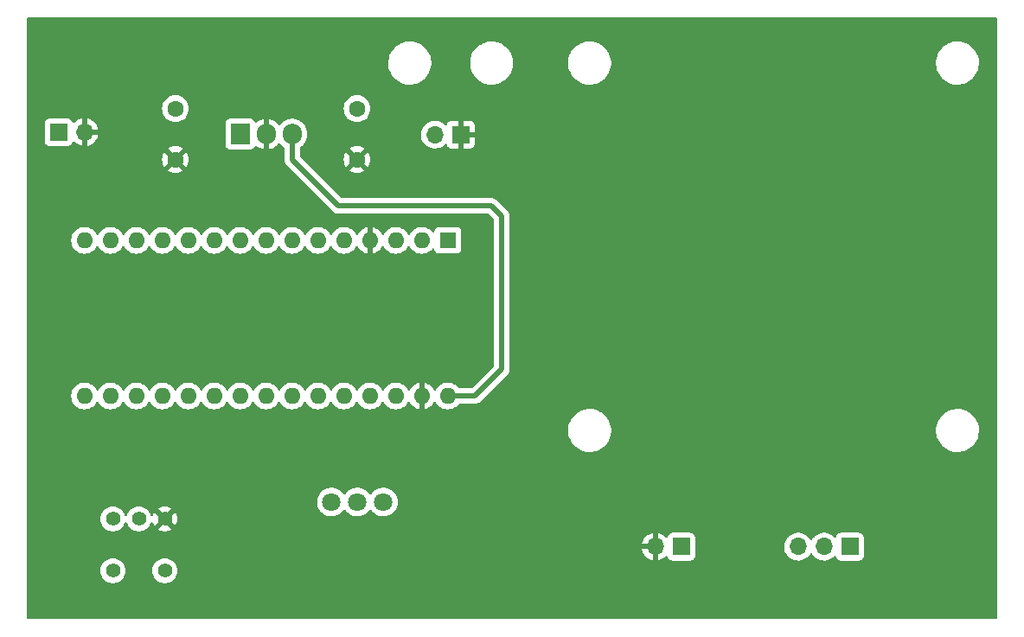
<source format=gbr>
%TF.GenerationSoftware,KiCad,Pcbnew,(6.0.11)*%
%TF.CreationDate,2023-01-29T20:34:14-05:00*%
%TF.ProjectId,Coil_Winder,436f696c-5f57-4696-9e64-65722e6b6963,rev?*%
%TF.SameCoordinates,Original*%
%TF.FileFunction,Copper,L2,Bot*%
%TF.FilePolarity,Positive*%
%FSLAX46Y46*%
G04 Gerber Fmt 4.6, Leading zero omitted, Abs format (unit mm)*
G04 Created by KiCad (PCBNEW (6.0.11)) date 2023-01-29 20:34:14*
%MOMM*%
%LPD*%
G01*
G04 APERTURE LIST*
%TA.AperFunction,ComponentPad*%
%ADD10R,1.700000X1.700000*%
%TD*%
%TA.AperFunction,ComponentPad*%
%ADD11O,1.700000X1.700000*%
%TD*%
%TA.AperFunction,ComponentPad*%
%ADD12R,1.905000X2.000000*%
%TD*%
%TA.AperFunction,ComponentPad*%
%ADD13O,1.905000X2.000000*%
%TD*%
%TA.AperFunction,ComponentPad*%
%ADD14C,1.408000*%
%TD*%
%TA.AperFunction,ComponentPad*%
%ADD15R,1.600000X1.600000*%
%TD*%
%TA.AperFunction,ComponentPad*%
%ADD16O,1.600000X1.600000*%
%TD*%
%TA.AperFunction,ComponentPad*%
%ADD17C,1.800000*%
%TD*%
%TA.AperFunction,ComponentPad*%
%ADD18C,1.600000*%
%TD*%
%TA.AperFunction,Conductor*%
%ADD19C,0.500000*%
%TD*%
G04 APERTURE END LIST*
D10*
%TO.P,J3,1,Pin_1*%
%TO.N,/IN1*%
X132080000Y-116380000D03*
D11*
%TO.P,J3,2,Pin_2*%
%TO.N,/IN2*%
X129540000Y-116380000D03*
%TO.P,J3,3,Pin_3*%
%TO.N,/ENA*%
X127000000Y-116380000D03*
%TD*%
D10*
%TO.P,J2,1,Pin_1*%
%TO.N,+12V*%
X115575000Y-116380000D03*
D11*
%TO.P,J2,2,Pin_2*%
%TO.N,GND*%
X113035000Y-116380000D03*
%TD*%
D10*
%TO.P,J1,1,Pin_1*%
%TO.N,VCC*%
X54605000Y-75780000D03*
D11*
%TO.P,J1,2,Pin_2*%
%TO.N,GND*%
X57145000Y-75780000D03*
%TD*%
D12*
%TO.P,U1,1,IN*%
%TO.N,VCC*%
X72390000Y-75960000D03*
D13*
%TO.P,U1,2,GND*%
%TO.N,GND*%
X74930000Y-75960000D03*
%TO.P,U1,3,OUT*%
%TO.N,+12V*%
X77470000Y-75960000D03*
%TD*%
D14*
%TO.P,SW1,S1*%
%TO.N,N/C*%
X65000000Y-118740000D03*
%TO.P,SW1,S2*%
X59920000Y-118740000D03*
%TO.P,SW1,4*%
%TO.N,GND*%
X65000000Y-113660000D03*
%TO.P,SW1,5*%
%TO.N,Net-(SW1-Pad5)*%
X62460000Y-113660000D03*
%TO.P,SW1,6*%
%TO.N,+5V*%
X59920000Y-113660000D03*
%TD*%
D15*
%TO.P,U2,1,D1/TX*%
%TO.N,unconnected-(U2-Pad1)*%
X92710000Y-86370000D03*
D16*
%TO.P,U2,2,D0/RX*%
%TO.N,unconnected-(U2-Pad2)*%
X90170000Y-86370000D03*
%TO.P,U2,3,~{RESET}*%
%TO.N,unconnected-(U2-Pad3)*%
X87630000Y-86370000D03*
%TO.P,U2,4,GND*%
%TO.N,GND*%
X85090000Y-86370000D03*
%TO.P,U2,5,D2*%
%TO.N,Net-(SW2-Pad2)*%
X82550000Y-86370000D03*
%TO.P,U2,6,D3*%
%TO.N,/IN1*%
X80010000Y-86370000D03*
%TO.P,U2,7,D4*%
%TO.N,/IN2*%
X77470000Y-86370000D03*
%TO.P,U2,8,D5*%
%TO.N,/ENA*%
X74930000Y-86370000D03*
%TO.P,U2,9,D6*%
%TO.N,Net-(SW1-Pad5)*%
X72390000Y-86370000D03*
%TO.P,U2,10,D7*%
%TO.N,unconnected-(U2-Pad10)*%
X69850000Y-86370000D03*
%TO.P,U2,11,D8*%
%TO.N,unconnected-(U2-Pad11)*%
X67310000Y-86370000D03*
%TO.P,U2,12,D9*%
%TO.N,unconnected-(U2-Pad12)*%
X64770000Y-86370000D03*
%TO.P,U2,13,D10*%
%TO.N,unconnected-(U2-Pad13)*%
X62230000Y-86370000D03*
%TO.P,U2,14,D11*%
%TO.N,unconnected-(U2-Pad14)*%
X59690000Y-86370000D03*
%TO.P,U2,15,D12*%
%TO.N,unconnected-(U2-Pad15)*%
X57150000Y-86370000D03*
%TO.P,U2,16,D13*%
%TO.N,unconnected-(U2-Pad16)*%
X57150000Y-101610000D03*
%TO.P,U2,17,3V3*%
%TO.N,unconnected-(U2-Pad17)*%
X59690000Y-101610000D03*
%TO.P,U2,18,AREF*%
%TO.N,unconnected-(U2-Pad18)*%
X62230000Y-101610000D03*
%TO.P,U2,19,A0*%
%TO.N,unconnected-(U2-Pad19)*%
X64770000Y-101610000D03*
%TO.P,U2,20,A1*%
%TO.N,unconnected-(U2-Pad20)*%
X67310000Y-101610000D03*
%TO.P,U2,21,A2*%
%TO.N,unconnected-(U2-Pad21)*%
X69850000Y-101610000D03*
%TO.P,U2,22,A3*%
%TO.N,unconnected-(U2-Pad22)*%
X72390000Y-101610000D03*
%TO.P,U2,23,A4*%
%TO.N,unconnected-(U2-Pad23)*%
X74930000Y-101610000D03*
%TO.P,U2,24,A5*%
%TO.N,unconnected-(U2-Pad24)*%
X77470000Y-101610000D03*
%TO.P,U2,25,A6*%
%TO.N,unconnected-(U2-Pad25)*%
X80010000Y-101610000D03*
%TO.P,U2,26,A7*%
%TO.N,Net-(RV1-Pad2)*%
X82550000Y-101610000D03*
%TO.P,U2,27,+5V*%
%TO.N,+5V*%
X85090000Y-101610000D03*
%TO.P,U2,28,~{RESET}*%
%TO.N,unconnected-(U2-Pad28)*%
X87630000Y-101610000D03*
%TO.P,U2,29,GND*%
%TO.N,GND*%
X90170000Y-101610000D03*
%TO.P,U2,30,VIN*%
%TO.N,+12V*%
X92710000Y-101610000D03*
%TD*%
D10*
%TO.P,SW2,1,1*%
%TO.N,GND*%
X93980000Y-76010000D03*
D11*
%TO.P,SW2,2,2*%
%TO.N,Net-(SW2-Pad2)*%
X91440000Y-76010000D03*
%TD*%
D17*
%TO.P,RV1,1,1*%
%TO.N,unconnected-(RV1-Pad1)*%
X81325000Y-112000000D03*
%TO.P,RV1,2,2*%
%TO.N,Net-(RV1-Pad2)*%
X83865000Y-112000000D03*
%TO.P,RV1,3,3*%
%TO.N,+5V*%
X86405000Y-112000000D03*
%TD*%
D18*
%TO.P,C2,1*%
%TO.N,+12V*%
X83820000Y-73470000D03*
%TO.P,C2,2*%
%TO.N,GND*%
X83820000Y-78470000D03*
%TD*%
%TO.P,C1,1*%
%TO.N,VCC*%
X66040000Y-73470000D03*
%TO.P,C1,2*%
%TO.N,GND*%
X66040000Y-78470000D03*
%TD*%
D19*
%TO.N,+12V*%
X95390000Y-101610000D02*
X92710000Y-101610000D01*
X77470000Y-78470000D02*
X82000000Y-83000000D01*
X98000000Y-99000000D02*
X95390000Y-101610000D01*
X77470000Y-75960000D02*
X77470000Y-78470000D01*
X82000000Y-83000000D02*
X97000000Y-83000000D01*
X97000000Y-83000000D02*
X98000000Y-84000000D01*
X98000000Y-84000000D02*
X98000000Y-99000000D01*
%TD*%
%TA.AperFunction,Conductor*%
%TO.N,GND*%
G36*
X146433621Y-64528502D02*
G01*
X146480114Y-64582158D01*
X146491500Y-64634500D01*
X146491500Y-123365500D01*
X146471498Y-123433621D01*
X146417842Y-123480114D01*
X146365500Y-123491500D01*
X51634500Y-123491500D01*
X51566379Y-123471498D01*
X51519886Y-123417842D01*
X51508500Y-123365500D01*
X51508500Y-118740000D01*
X58702868Y-118740000D01*
X58721359Y-118951353D01*
X58776270Y-119156284D01*
X58778592Y-119161264D01*
X58778593Y-119161266D01*
X58863607Y-119343579D01*
X58863610Y-119343584D01*
X58865933Y-119348566D01*
X58987623Y-119522357D01*
X59137643Y-119672377D01*
X59142151Y-119675534D01*
X59142154Y-119675536D01*
X59214383Y-119726111D01*
X59311434Y-119794067D01*
X59316416Y-119796390D01*
X59316421Y-119796393D01*
X59498734Y-119881407D01*
X59503716Y-119883730D01*
X59509024Y-119885152D01*
X59509026Y-119885153D01*
X59703332Y-119937217D01*
X59703334Y-119937217D01*
X59708647Y-119938641D01*
X59920000Y-119957132D01*
X60131353Y-119938641D01*
X60136666Y-119937217D01*
X60136668Y-119937217D01*
X60330974Y-119885153D01*
X60330976Y-119885152D01*
X60336284Y-119883730D01*
X60341266Y-119881407D01*
X60523579Y-119796393D01*
X60523584Y-119796390D01*
X60528566Y-119794067D01*
X60625617Y-119726111D01*
X60697846Y-119675536D01*
X60697849Y-119675534D01*
X60702357Y-119672377D01*
X60852377Y-119522357D01*
X60974067Y-119348566D01*
X60976390Y-119343584D01*
X60976393Y-119343579D01*
X61061407Y-119161266D01*
X61061408Y-119161264D01*
X61063730Y-119156284D01*
X61118641Y-118951353D01*
X61137132Y-118740000D01*
X63782868Y-118740000D01*
X63801359Y-118951353D01*
X63856270Y-119156284D01*
X63858592Y-119161264D01*
X63858593Y-119161266D01*
X63943607Y-119343579D01*
X63943610Y-119343584D01*
X63945933Y-119348566D01*
X64067623Y-119522357D01*
X64217643Y-119672377D01*
X64222151Y-119675534D01*
X64222154Y-119675536D01*
X64294383Y-119726111D01*
X64391434Y-119794067D01*
X64396416Y-119796390D01*
X64396421Y-119796393D01*
X64578734Y-119881407D01*
X64583716Y-119883730D01*
X64589024Y-119885152D01*
X64589026Y-119885153D01*
X64783332Y-119937217D01*
X64783334Y-119937217D01*
X64788647Y-119938641D01*
X65000000Y-119957132D01*
X65211353Y-119938641D01*
X65216666Y-119937217D01*
X65216668Y-119937217D01*
X65410974Y-119885153D01*
X65410976Y-119885152D01*
X65416284Y-119883730D01*
X65421266Y-119881407D01*
X65603579Y-119796393D01*
X65603584Y-119796390D01*
X65608566Y-119794067D01*
X65705617Y-119726111D01*
X65777846Y-119675536D01*
X65777849Y-119675534D01*
X65782357Y-119672377D01*
X65932377Y-119522357D01*
X66054067Y-119348566D01*
X66056390Y-119343584D01*
X66056393Y-119343579D01*
X66141407Y-119161266D01*
X66141408Y-119161264D01*
X66143730Y-119156284D01*
X66198641Y-118951353D01*
X66217132Y-118740000D01*
X66198641Y-118528647D01*
X66143730Y-118323716D01*
X66141407Y-118318734D01*
X66056393Y-118136421D01*
X66056390Y-118136416D01*
X66054067Y-118131434D01*
X65932377Y-117957643D01*
X65782357Y-117807623D01*
X65777849Y-117804466D01*
X65777846Y-117804464D01*
X65683112Y-117738131D01*
X65608566Y-117685933D01*
X65603584Y-117683610D01*
X65603579Y-117683607D01*
X65421266Y-117598593D01*
X65421264Y-117598592D01*
X65416284Y-117596270D01*
X65410976Y-117594848D01*
X65410974Y-117594847D01*
X65216668Y-117542783D01*
X65216666Y-117542783D01*
X65211353Y-117541359D01*
X65000000Y-117522868D01*
X64788647Y-117541359D01*
X64783334Y-117542783D01*
X64783332Y-117542783D01*
X64589026Y-117594847D01*
X64589024Y-117594848D01*
X64583716Y-117596270D01*
X64578736Y-117598592D01*
X64578734Y-117598593D01*
X64396421Y-117683607D01*
X64396416Y-117683610D01*
X64391434Y-117685933D01*
X64316888Y-117738131D01*
X64222154Y-117804464D01*
X64222151Y-117804466D01*
X64217643Y-117807623D01*
X64067623Y-117957643D01*
X63945933Y-118131434D01*
X63943610Y-118136416D01*
X63943607Y-118136421D01*
X63858593Y-118318734D01*
X63856270Y-118323716D01*
X63801359Y-118528647D01*
X63782868Y-118740000D01*
X61137132Y-118740000D01*
X61118641Y-118528647D01*
X61063730Y-118323716D01*
X61061407Y-118318734D01*
X60976393Y-118136421D01*
X60976390Y-118136416D01*
X60974067Y-118131434D01*
X60852377Y-117957643D01*
X60702357Y-117807623D01*
X60697849Y-117804466D01*
X60697846Y-117804464D01*
X60603112Y-117738131D01*
X60528566Y-117685933D01*
X60523584Y-117683610D01*
X60523579Y-117683607D01*
X60341266Y-117598593D01*
X60341264Y-117598592D01*
X60336284Y-117596270D01*
X60330976Y-117594848D01*
X60330974Y-117594847D01*
X60136668Y-117542783D01*
X60136666Y-117542783D01*
X60131353Y-117541359D01*
X59920000Y-117522868D01*
X59708647Y-117541359D01*
X59703334Y-117542783D01*
X59703332Y-117542783D01*
X59509026Y-117594847D01*
X59509024Y-117594848D01*
X59503716Y-117596270D01*
X59498736Y-117598592D01*
X59498734Y-117598593D01*
X59316421Y-117683607D01*
X59316416Y-117683610D01*
X59311434Y-117685933D01*
X59236888Y-117738131D01*
X59142154Y-117804464D01*
X59142151Y-117804466D01*
X59137643Y-117807623D01*
X58987623Y-117957643D01*
X58865933Y-118131434D01*
X58863610Y-118136416D01*
X58863607Y-118136421D01*
X58778593Y-118318734D01*
X58776270Y-118323716D01*
X58721359Y-118528647D01*
X58702868Y-118740000D01*
X51508500Y-118740000D01*
X51508500Y-116647966D01*
X111703257Y-116647966D01*
X111733565Y-116782446D01*
X111736645Y-116792275D01*
X111816770Y-116989603D01*
X111821413Y-116998794D01*
X111932694Y-117180388D01*
X111938777Y-117188699D01*
X112078213Y-117349667D01*
X112085580Y-117356883D01*
X112249434Y-117492916D01*
X112257881Y-117498831D01*
X112441756Y-117606279D01*
X112451042Y-117610729D01*
X112650001Y-117686703D01*
X112659899Y-117689579D01*
X112763250Y-117710606D01*
X112777299Y-117709410D01*
X112781000Y-117699065D01*
X112781000Y-117698517D01*
X113289000Y-117698517D01*
X113293064Y-117712359D01*
X113306478Y-117714393D01*
X113313184Y-117713534D01*
X113323262Y-117711392D01*
X113527255Y-117650191D01*
X113536842Y-117646433D01*
X113728095Y-117552739D01*
X113736945Y-117547464D01*
X113910328Y-117423792D01*
X113918193Y-117417145D01*
X114022897Y-117312805D01*
X114085268Y-117278889D01*
X114156075Y-117284077D01*
X114212837Y-117326723D01*
X114229819Y-117357826D01*
X114274385Y-117476705D01*
X114361739Y-117593261D01*
X114478295Y-117680615D01*
X114614684Y-117731745D01*
X114676866Y-117738500D01*
X116473134Y-117738500D01*
X116535316Y-117731745D01*
X116671705Y-117680615D01*
X116788261Y-117593261D01*
X116875615Y-117476705D01*
X116926745Y-117340316D01*
X116933500Y-117278134D01*
X116933500Y-116346695D01*
X125637251Y-116346695D01*
X125650110Y-116569715D01*
X125651247Y-116574761D01*
X125651248Y-116574767D01*
X125665493Y-116637973D01*
X125699222Y-116787639D01*
X125783266Y-116994616D01*
X125820685Y-117055678D01*
X125897291Y-117180688D01*
X125899987Y-117185088D01*
X126046250Y-117353938D01*
X126218126Y-117496632D01*
X126411000Y-117609338D01*
X126619692Y-117689030D01*
X126624760Y-117690061D01*
X126624763Y-117690062D01*
X126719862Y-117709410D01*
X126838597Y-117733567D01*
X126843772Y-117733757D01*
X126843774Y-117733757D01*
X127056673Y-117741564D01*
X127056677Y-117741564D01*
X127061837Y-117741753D01*
X127066957Y-117741097D01*
X127066959Y-117741097D01*
X127278288Y-117714025D01*
X127278289Y-117714025D01*
X127283416Y-117713368D01*
X127288366Y-117711883D01*
X127492429Y-117650661D01*
X127492434Y-117650659D01*
X127497384Y-117649174D01*
X127697994Y-117550896D01*
X127879860Y-117421173D01*
X128038096Y-117263489D01*
X128097594Y-117180689D01*
X128168453Y-117082077D01*
X128169776Y-117083028D01*
X128216645Y-117039857D01*
X128286580Y-117027625D01*
X128352026Y-117055144D01*
X128379875Y-117086994D01*
X128439987Y-117185088D01*
X128586250Y-117353938D01*
X128758126Y-117496632D01*
X128951000Y-117609338D01*
X129159692Y-117689030D01*
X129164760Y-117690061D01*
X129164763Y-117690062D01*
X129259862Y-117709410D01*
X129378597Y-117733567D01*
X129383772Y-117733757D01*
X129383774Y-117733757D01*
X129596673Y-117741564D01*
X129596677Y-117741564D01*
X129601837Y-117741753D01*
X129606957Y-117741097D01*
X129606959Y-117741097D01*
X129818288Y-117714025D01*
X129818289Y-117714025D01*
X129823416Y-117713368D01*
X129828366Y-117711883D01*
X130032429Y-117650661D01*
X130032434Y-117650659D01*
X130037384Y-117649174D01*
X130237994Y-117550896D01*
X130419860Y-117421173D01*
X130528091Y-117313319D01*
X130590462Y-117279404D01*
X130661268Y-117284592D01*
X130718030Y-117327238D01*
X130735012Y-117358341D01*
X130779385Y-117476705D01*
X130866739Y-117593261D01*
X130983295Y-117680615D01*
X131119684Y-117731745D01*
X131181866Y-117738500D01*
X132978134Y-117738500D01*
X133040316Y-117731745D01*
X133176705Y-117680615D01*
X133293261Y-117593261D01*
X133380615Y-117476705D01*
X133431745Y-117340316D01*
X133438500Y-117278134D01*
X133438500Y-115481866D01*
X133431745Y-115419684D01*
X133380615Y-115283295D01*
X133293261Y-115166739D01*
X133176705Y-115079385D01*
X133040316Y-115028255D01*
X132978134Y-115021500D01*
X131181866Y-115021500D01*
X131119684Y-115028255D01*
X130983295Y-115079385D01*
X130866739Y-115166739D01*
X130779385Y-115283295D01*
X130776233Y-115291703D01*
X130734919Y-115401907D01*
X130692277Y-115458671D01*
X130625716Y-115483371D01*
X130556367Y-115468163D01*
X130523743Y-115442476D01*
X130473151Y-115386875D01*
X130473142Y-115386866D01*
X130469670Y-115383051D01*
X130465619Y-115379852D01*
X130465615Y-115379848D01*
X130298414Y-115247800D01*
X130298410Y-115247798D01*
X130294359Y-115244598D01*
X130258028Y-115224542D01*
X130242136Y-115215769D01*
X130098789Y-115136638D01*
X130093920Y-115134914D01*
X130093916Y-115134912D01*
X129893087Y-115063795D01*
X129893083Y-115063794D01*
X129888212Y-115062069D01*
X129883119Y-115061162D01*
X129883116Y-115061161D01*
X129673373Y-115023800D01*
X129673367Y-115023799D01*
X129668284Y-115022894D01*
X129594452Y-115021992D01*
X129450081Y-115020228D01*
X129450079Y-115020228D01*
X129444911Y-115020165D01*
X129224091Y-115053955D01*
X129011756Y-115123357D01*
X128813607Y-115226507D01*
X128809474Y-115229610D01*
X128809471Y-115229612D01*
X128726771Y-115291705D01*
X128634965Y-115360635D01*
X128609546Y-115387234D01*
X128541280Y-115458671D01*
X128480629Y-115522138D01*
X128373201Y-115679621D01*
X128318293Y-115724621D01*
X128247768Y-115732792D01*
X128184021Y-115701538D01*
X128163324Y-115677054D01*
X128082822Y-115552617D01*
X128082820Y-115552614D01*
X128080014Y-115548277D01*
X127929670Y-115383051D01*
X127925619Y-115379852D01*
X127925615Y-115379848D01*
X127758414Y-115247800D01*
X127758410Y-115247798D01*
X127754359Y-115244598D01*
X127718028Y-115224542D01*
X127702136Y-115215769D01*
X127558789Y-115136638D01*
X127553920Y-115134914D01*
X127553916Y-115134912D01*
X127353087Y-115063795D01*
X127353083Y-115063794D01*
X127348212Y-115062069D01*
X127343119Y-115061162D01*
X127343116Y-115061161D01*
X127133373Y-115023800D01*
X127133367Y-115023799D01*
X127128284Y-115022894D01*
X127054452Y-115021992D01*
X126910081Y-115020228D01*
X126910079Y-115020228D01*
X126904911Y-115020165D01*
X126684091Y-115053955D01*
X126471756Y-115123357D01*
X126273607Y-115226507D01*
X126269474Y-115229610D01*
X126269471Y-115229612D01*
X126186771Y-115291705D01*
X126094965Y-115360635D01*
X126069546Y-115387234D01*
X126001280Y-115458671D01*
X125940629Y-115522138D01*
X125937720Y-115526403D01*
X125937714Y-115526411D01*
X125925404Y-115544457D01*
X125814743Y-115706680D01*
X125720688Y-115909305D01*
X125660989Y-116124570D01*
X125637251Y-116346695D01*
X116933500Y-116346695D01*
X116933500Y-115481866D01*
X116926745Y-115419684D01*
X116875615Y-115283295D01*
X116788261Y-115166739D01*
X116671705Y-115079385D01*
X116535316Y-115028255D01*
X116473134Y-115021500D01*
X114676866Y-115021500D01*
X114614684Y-115028255D01*
X114478295Y-115079385D01*
X114361739Y-115166739D01*
X114274385Y-115283295D01*
X114271233Y-115291703D01*
X114271232Y-115291705D01*
X114229722Y-115402433D01*
X114187081Y-115459198D01*
X114120519Y-115483898D01*
X114051170Y-115468691D01*
X114018546Y-115443004D01*
X113967799Y-115387234D01*
X113960273Y-115380215D01*
X113793139Y-115248222D01*
X113784552Y-115242517D01*
X113598117Y-115139599D01*
X113588705Y-115135369D01*
X113387959Y-115064280D01*
X113377988Y-115061646D01*
X113306837Y-115048972D01*
X113293540Y-115050432D01*
X113289000Y-115064989D01*
X113289000Y-117698517D01*
X112781000Y-117698517D01*
X112781000Y-116652115D01*
X112776525Y-116636876D01*
X112775135Y-116635671D01*
X112767452Y-116634000D01*
X111718225Y-116634000D01*
X111704694Y-116637973D01*
X111703257Y-116647966D01*
X51508500Y-116647966D01*
X51508500Y-116114183D01*
X111699389Y-116114183D01*
X111700912Y-116122607D01*
X111713292Y-116126000D01*
X112762885Y-116126000D01*
X112778124Y-116121525D01*
X112779329Y-116120135D01*
X112781000Y-116112452D01*
X112781000Y-115063102D01*
X112777082Y-115049758D01*
X112762806Y-115047771D01*
X112724324Y-115053660D01*
X112714288Y-115056051D01*
X112511868Y-115122212D01*
X112502359Y-115126209D01*
X112313463Y-115224542D01*
X112304738Y-115230036D01*
X112134433Y-115357905D01*
X112126726Y-115364748D01*
X111979590Y-115518717D01*
X111973104Y-115526727D01*
X111853098Y-115702649D01*
X111848000Y-115711623D01*
X111758338Y-115904783D01*
X111754775Y-115914470D01*
X111699389Y-116114183D01*
X51508500Y-116114183D01*
X51508500Y-113660000D01*
X58702868Y-113660000D01*
X58721359Y-113871353D01*
X58776270Y-114076284D01*
X58778592Y-114081264D01*
X58778593Y-114081266D01*
X58863607Y-114263579D01*
X58863610Y-114263584D01*
X58865933Y-114268566D01*
X58987623Y-114442357D01*
X59137643Y-114592377D01*
X59142151Y-114595534D01*
X59142154Y-114595536D01*
X59214383Y-114646111D01*
X59311434Y-114714067D01*
X59316416Y-114716390D01*
X59316421Y-114716393D01*
X59497718Y-114800933D01*
X59503716Y-114803730D01*
X59509024Y-114805152D01*
X59509026Y-114805153D01*
X59703332Y-114857217D01*
X59703334Y-114857217D01*
X59708647Y-114858641D01*
X59920000Y-114877132D01*
X60131353Y-114858641D01*
X60136666Y-114857217D01*
X60136668Y-114857217D01*
X60330974Y-114805153D01*
X60330976Y-114805152D01*
X60336284Y-114803730D01*
X60342282Y-114800933D01*
X60523579Y-114716393D01*
X60523584Y-114716390D01*
X60528566Y-114714067D01*
X60625617Y-114646111D01*
X60697846Y-114595536D01*
X60697849Y-114595534D01*
X60702357Y-114592377D01*
X60852377Y-114442357D01*
X60974067Y-114268566D01*
X60976390Y-114263584D01*
X60976393Y-114263579D01*
X61061407Y-114081266D01*
X61061408Y-114081264D01*
X61063730Y-114076284D01*
X61065153Y-114070974D01*
X61065156Y-114070966D01*
X61068294Y-114059254D01*
X61105245Y-113998632D01*
X61169106Y-113967610D01*
X61239601Y-113976039D01*
X61294347Y-114021243D01*
X61311706Y-114059254D01*
X61314844Y-114070966D01*
X61314847Y-114070974D01*
X61316270Y-114076284D01*
X61318592Y-114081264D01*
X61318593Y-114081266D01*
X61403607Y-114263579D01*
X61403610Y-114263584D01*
X61405933Y-114268566D01*
X61527623Y-114442357D01*
X61677643Y-114592377D01*
X61682151Y-114595534D01*
X61682154Y-114595536D01*
X61754383Y-114646111D01*
X61851434Y-114714067D01*
X61856416Y-114716390D01*
X61856421Y-114716393D01*
X62037718Y-114800933D01*
X62043716Y-114803730D01*
X62049024Y-114805152D01*
X62049026Y-114805153D01*
X62243332Y-114857217D01*
X62243334Y-114857217D01*
X62248647Y-114858641D01*
X62460000Y-114877132D01*
X62671353Y-114858641D01*
X62676666Y-114857217D01*
X62676668Y-114857217D01*
X62870974Y-114805153D01*
X62870976Y-114805152D01*
X62876284Y-114803730D01*
X62882282Y-114800933D01*
X63063579Y-114716393D01*
X63063584Y-114716390D01*
X63068566Y-114714067D01*
X63121313Y-114677133D01*
X64347422Y-114677133D01*
X64356718Y-114689148D01*
X64387176Y-114710475D01*
X64396672Y-114715958D01*
X64578903Y-114800933D01*
X64589199Y-114804681D01*
X64783424Y-114856724D01*
X64794211Y-114858626D01*
X64994525Y-114876151D01*
X65005475Y-114876151D01*
X65205789Y-114858626D01*
X65216576Y-114856724D01*
X65410801Y-114804681D01*
X65421097Y-114800933D01*
X65603328Y-114715958D01*
X65612824Y-114710475D01*
X65644120Y-114688561D01*
X65652495Y-114678084D01*
X65645426Y-114664636D01*
X65012812Y-114032022D01*
X64998868Y-114024408D01*
X64997035Y-114024539D01*
X64990420Y-114028790D01*
X64353852Y-114665358D01*
X64347422Y-114677133D01*
X63121313Y-114677133D01*
X63165617Y-114646111D01*
X63237846Y-114595536D01*
X63237849Y-114595534D01*
X63242357Y-114592377D01*
X63392377Y-114442357D01*
X63514067Y-114268566D01*
X63516390Y-114263584D01*
X63516393Y-114263579D01*
X63601407Y-114081266D01*
X63601408Y-114081264D01*
X63603730Y-114076284D01*
X63608552Y-114058288D01*
X63645504Y-113997665D01*
X63709364Y-113966644D01*
X63779859Y-113975072D01*
X63834606Y-114020275D01*
X63851966Y-114058289D01*
X63855317Y-114070796D01*
X63859067Y-114081097D01*
X63944042Y-114263328D01*
X63949525Y-114272824D01*
X63971439Y-114304120D01*
X63981916Y-114312495D01*
X63995364Y-114305426D01*
X64627978Y-113672812D01*
X64634356Y-113661132D01*
X65364408Y-113661132D01*
X65364539Y-113662965D01*
X65368790Y-113669580D01*
X66005358Y-114306148D01*
X66017133Y-114312578D01*
X66029148Y-114303282D01*
X66050475Y-114272824D01*
X66055958Y-114263328D01*
X66140933Y-114081097D01*
X66144681Y-114070801D01*
X66196724Y-113876576D01*
X66198626Y-113865789D01*
X66216151Y-113665475D01*
X66216151Y-113654525D01*
X66198626Y-113454211D01*
X66196724Y-113443424D01*
X66144681Y-113249199D01*
X66140933Y-113238903D01*
X66055958Y-113056672D01*
X66050475Y-113047176D01*
X66028561Y-113015880D01*
X66018084Y-113007505D01*
X66004636Y-113014574D01*
X65372022Y-113647188D01*
X65364408Y-113661132D01*
X64634356Y-113661132D01*
X64635592Y-113658868D01*
X64635461Y-113657035D01*
X64631210Y-113650420D01*
X63994642Y-113013852D01*
X63982867Y-113007422D01*
X63970852Y-113016718D01*
X63949525Y-113047176D01*
X63944042Y-113056672D01*
X63859067Y-113238903D01*
X63855317Y-113249204D01*
X63851966Y-113261711D01*
X63815015Y-113322334D01*
X63751155Y-113353356D01*
X63680660Y-113344928D01*
X63625913Y-113299726D01*
X63608552Y-113261712D01*
X63605153Y-113249026D01*
X63605152Y-113249024D01*
X63603730Y-113243716D01*
X63527152Y-113079494D01*
X63516393Y-113056421D01*
X63516390Y-113056416D01*
X63514067Y-113051434D01*
X63421793Y-112919653D01*
X63395536Y-112882154D01*
X63395534Y-112882151D01*
X63392377Y-112877643D01*
X63242357Y-112727623D01*
X63237849Y-112724466D01*
X63237846Y-112724464D01*
X63165617Y-112673889D01*
X63119955Y-112641916D01*
X64347505Y-112641916D01*
X64354574Y-112655364D01*
X64987188Y-113287978D01*
X65001132Y-113295592D01*
X65002965Y-113295461D01*
X65009580Y-113291210D01*
X65646148Y-112654642D01*
X65652578Y-112642867D01*
X65643282Y-112630852D01*
X65612824Y-112609525D01*
X65603328Y-112604042D01*
X65421097Y-112519067D01*
X65410801Y-112515319D01*
X65216576Y-112463276D01*
X65205789Y-112461374D01*
X65005475Y-112443849D01*
X64994525Y-112443849D01*
X64794211Y-112461374D01*
X64783424Y-112463276D01*
X64589199Y-112515319D01*
X64578903Y-112519067D01*
X64396672Y-112604042D01*
X64387176Y-112609525D01*
X64355880Y-112631439D01*
X64347505Y-112641916D01*
X63119955Y-112641916D01*
X63068566Y-112605933D01*
X63063584Y-112603610D01*
X63063579Y-112603607D01*
X62881266Y-112518593D01*
X62881264Y-112518592D01*
X62876284Y-112516270D01*
X62870976Y-112514848D01*
X62870974Y-112514847D01*
X62676668Y-112462783D01*
X62676666Y-112462783D01*
X62671353Y-112461359D01*
X62460000Y-112442868D01*
X62248647Y-112461359D01*
X62243334Y-112462783D01*
X62243332Y-112462783D01*
X62049026Y-112514847D01*
X62049024Y-112514848D01*
X62043716Y-112516270D01*
X62038736Y-112518592D01*
X62038734Y-112518593D01*
X61856421Y-112603607D01*
X61856416Y-112603610D01*
X61851434Y-112605933D01*
X61754383Y-112673889D01*
X61682154Y-112724464D01*
X61682151Y-112724466D01*
X61677643Y-112727623D01*
X61527623Y-112877643D01*
X61524466Y-112882151D01*
X61524464Y-112882154D01*
X61498207Y-112919653D01*
X61405933Y-113051434D01*
X61403610Y-113056416D01*
X61403607Y-113056421D01*
X61392848Y-113079494D01*
X61316270Y-113243716D01*
X61314848Y-113249023D01*
X61314844Y-113249034D01*
X61311706Y-113260746D01*
X61274755Y-113321368D01*
X61210894Y-113352390D01*
X61140399Y-113343961D01*
X61085653Y-113298757D01*
X61068294Y-113260746D01*
X61065156Y-113249034D01*
X61065152Y-113249023D01*
X61063730Y-113243716D01*
X60987152Y-113079494D01*
X60976393Y-113056421D01*
X60976390Y-113056416D01*
X60974067Y-113051434D01*
X60881793Y-112919653D01*
X60855536Y-112882154D01*
X60855534Y-112882151D01*
X60852377Y-112877643D01*
X60702357Y-112727623D01*
X60697849Y-112724466D01*
X60697846Y-112724464D01*
X60625617Y-112673889D01*
X60528566Y-112605933D01*
X60523584Y-112603610D01*
X60523579Y-112603607D01*
X60341266Y-112518593D01*
X60341264Y-112518592D01*
X60336284Y-112516270D01*
X60330976Y-112514848D01*
X60330974Y-112514847D01*
X60136668Y-112462783D01*
X60136666Y-112462783D01*
X60131353Y-112461359D01*
X59920000Y-112442868D01*
X59708647Y-112461359D01*
X59703334Y-112462783D01*
X59703332Y-112462783D01*
X59509026Y-112514847D01*
X59509024Y-112514848D01*
X59503716Y-112516270D01*
X59498736Y-112518592D01*
X59498734Y-112518593D01*
X59316421Y-112603607D01*
X59316416Y-112603610D01*
X59311434Y-112605933D01*
X59214383Y-112673889D01*
X59142154Y-112724464D01*
X59142151Y-112724466D01*
X59137643Y-112727623D01*
X58987623Y-112877643D01*
X58984466Y-112882151D01*
X58984464Y-112882154D01*
X58958207Y-112919653D01*
X58865933Y-113051434D01*
X58863610Y-113056416D01*
X58863607Y-113056421D01*
X58852848Y-113079494D01*
X58776270Y-113243716D01*
X58774848Y-113249024D01*
X58774847Y-113249026D01*
X58731263Y-113411683D01*
X58721359Y-113448647D01*
X58702868Y-113660000D01*
X51508500Y-113660000D01*
X51508500Y-111965469D01*
X79912095Y-111965469D01*
X79912392Y-111970622D01*
X79912392Y-111970625D01*
X79918067Y-112069041D01*
X79925427Y-112196697D01*
X79926564Y-112201743D01*
X79926565Y-112201749D01*
X79958741Y-112344523D01*
X79976346Y-112422642D01*
X79978288Y-112427424D01*
X79978289Y-112427428D01*
X80061540Y-112632450D01*
X80063484Y-112637237D01*
X80184501Y-112834719D01*
X80336147Y-113009784D01*
X80514349Y-113157730D01*
X80714322Y-113274584D01*
X80930694Y-113357209D01*
X80935760Y-113358240D01*
X80935761Y-113358240D01*
X80988846Y-113369040D01*
X81157656Y-113403385D01*
X81288324Y-113408176D01*
X81383949Y-113411683D01*
X81383953Y-113411683D01*
X81389113Y-113411872D01*
X81394233Y-113411216D01*
X81394235Y-113411216D01*
X81467270Y-113401860D01*
X81618847Y-113382442D01*
X81623795Y-113380957D01*
X81623802Y-113380956D01*
X81835747Y-113317369D01*
X81840690Y-113315886D01*
X81875655Y-113298757D01*
X82044049Y-113216262D01*
X82044052Y-113216260D01*
X82048684Y-113213991D01*
X82237243Y-113079494D01*
X82401303Y-112916005D01*
X82404319Y-112911808D01*
X82404326Y-112911800D01*
X82491960Y-112789844D01*
X82547954Y-112746196D01*
X82618658Y-112739750D01*
X82681622Y-112772553D01*
X82701715Y-112797536D01*
X82721800Y-112830313D01*
X82721804Y-112830318D01*
X82724501Y-112834719D01*
X82876147Y-113009784D01*
X83054349Y-113157730D01*
X83254322Y-113274584D01*
X83470694Y-113357209D01*
X83475760Y-113358240D01*
X83475761Y-113358240D01*
X83528846Y-113369040D01*
X83697656Y-113403385D01*
X83828324Y-113408176D01*
X83923949Y-113411683D01*
X83923953Y-113411683D01*
X83929113Y-113411872D01*
X83934233Y-113411216D01*
X83934235Y-113411216D01*
X84007270Y-113401860D01*
X84158847Y-113382442D01*
X84163795Y-113380957D01*
X84163802Y-113380956D01*
X84375747Y-113317369D01*
X84380690Y-113315886D01*
X84415655Y-113298757D01*
X84584049Y-113216262D01*
X84584052Y-113216260D01*
X84588684Y-113213991D01*
X84777243Y-113079494D01*
X84941303Y-112916005D01*
X84944319Y-112911808D01*
X84944326Y-112911800D01*
X85031960Y-112789844D01*
X85087954Y-112746196D01*
X85158658Y-112739750D01*
X85221622Y-112772553D01*
X85241715Y-112797536D01*
X85261800Y-112830313D01*
X85261804Y-112830318D01*
X85264501Y-112834719D01*
X85416147Y-113009784D01*
X85594349Y-113157730D01*
X85794322Y-113274584D01*
X86010694Y-113357209D01*
X86015760Y-113358240D01*
X86015761Y-113358240D01*
X86068846Y-113369040D01*
X86237656Y-113403385D01*
X86368324Y-113408176D01*
X86463949Y-113411683D01*
X86463953Y-113411683D01*
X86469113Y-113411872D01*
X86474233Y-113411216D01*
X86474235Y-113411216D01*
X86547270Y-113401860D01*
X86698847Y-113382442D01*
X86703795Y-113380957D01*
X86703802Y-113380956D01*
X86915747Y-113317369D01*
X86920690Y-113315886D01*
X86955655Y-113298757D01*
X87124049Y-113216262D01*
X87124052Y-113216260D01*
X87128684Y-113213991D01*
X87317243Y-113079494D01*
X87481303Y-112916005D01*
X87616458Y-112727917D01*
X87663641Y-112632450D01*
X87716784Y-112524922D01*
X87716785Y-112524920D01*
X87719078Y-112520280D01*
X87786408Y-112298671D01*
X87816640Y-112069041D01*
X87818327Y-112000000D01*
X87812032Y-111923434D01*
X87799773Y-111774318D01*
X87799772Y-111774312D01*
X87799349Y-111769167D01*
X87742925Y-111544533D01*
X87740866Y-111539797D01*
X87652630Y-111336868D01*
X87652628Y-111336865D01*
X87650570Y-111332131D01*
X87524764Y-111137665D01*
X87368887Y-110966358D01*
X87364836Y-110963159D01*
X87364832Y-110963155D01*
X87191177Y-110826011D01*
X87191172Y-110826008D01*
X87187123Y-110822810D01*
X87182607Y-110820317D01*
X87182604Y-110820315D01*
X86988879Y-110713373D01*
X86988875Y-110713371D01*
X86984355Y-110710876D01*
X86979486Y-110709152D01*
X86979482Y-110709150D01*
X86770903Y-110635288D01*
X86770899Y-110635287D01*
X86766028Y-110633562D01*
X86760935Y-110632655D01*
X86760932Y-110632654D01*
X86543095Y-110593851D01*
X86543089Y-110593850D01*
X86538006Y-110592945D01*
X86465096Y-110592054D01*
X86311581Y-110590179D01*
X86311579Y-110590179D01*
X86306411Y-110590116D01*
X86077464Y-110625150D01*
X85857314Y-110697106D01*
X85852726Y-110699494D01*
X85852722Y-110699496D01*
X85826065Y-110713373D01*
X85651872Y-110804052D01*
X85647739Y-110807155D01*
X85647736Y-110807157D01*
X85622625Y-110826011D01*
X85466655Y-110943117D01*
X85306639Y-111110564D01*
X85239306Y-111209271D01*
X85184397Y-111254271D01*
X85113872Y-111262442D01*
X85050125Y-111231188D01*
X85029428Y-111206705D01*
X84987571Y-111142004D01*
X84984764Y-111137665D01*
X84828887Y-110966358D01*
X84824836Y-110963159D01*
X84824832Y-110963155D01*
X84651177Y-110826011D01*
X84651172Y-110826008D01*
X84647123Y-110822810D01*
X84642607Y-110820317D01*
X84642604Y-110820315D01*
X84448879Y-110713373D01*
X84448875Y-110713371D01*
X84444355Y-110710876D01*
X84439486Y-110709152D01*
X84439482Y-110709150D01*
X84230903Y-110635288D01*
X84230899Y-110635287D01*
X84226028Y-110633562D01*
X84220935Y-110632655D01*
X84220932Y-110632654D01*
X84003095Y-110593851D01*
X84003089Y-110593850D01*
X83998006Y-110592945D01*
X83925096Y-110592054D01*
X83771581Y-110590179D01*
X83771579Y-110590179D01*
X83766411Y-110590116D01*
X83537464Y-110625150D01*
X83317314Y-110697106D01*
X83312726Y-110699494D01*
X83312722Y-110699496D01*
X83286065Y-110713373D01*
X83111872Y-110804052D01*
X83107739Y-110807155D01*
X83107736Y-110807157D01*
X83082625Y-110826011D01*
X82926655Y-110943117D01*
X82766639Y-111110564D01*
X82699306Y-111209271D01*
X82644397Y-111254271D01*
X82573872Y-111262442D01*
X82510125Y-111231188D01*
X82489428Y-111206705D01*
X82447571Y-111142004D01*
X82444764Y-111137665D01*
X82288887Y-110966358D01*
X82284836Y-110963159D01*
X82284832Y-110963155D01*
X82111177Y-110826011D01*
X82111172Y-110826008D01*
X82107123Y-110822810D01*
X82102607Y-110820317D01*
X82102604Y-110820315D01*
X81908879Y-110713373D01*
X81908875Y-110713371D01*
X81904355Y-110710876D01*
X81899486Y-110709152D01*
X81899482Y-110709150D01*
X81690903Y-110635288D01*
X81690899Y-110635287D01*
X81686028Y-110633562D01*
X81680935Y-110632655D01*
X81680932Y-110632654D01*
X81463095Y-110593851D01*
X81463089Y-110593850D01*
X81458006Y-110592945D01*
X81385096Y-110592054D01*
X81231581Y-110590179D01*
X81231579Y-110590179D01*
X81226411Y-110590116D01*
X80997464Y-110625150D01*
X80777314Y-110697106D01*
X80772726Y-110699494D01*
X80772722Y-110699496D01*
X80746065Y-110713373D01*
X80571872Y-110804052D01*
X80567739Y-110807155D01*
X80567736Y-110807157D01*
X80542625Y-110826011D01*
X80386655Y-110943117D01*
X80226639Y-111110564D01*
X80223730Y-111114829D01*
X80223724Y-111114837D01*
X80208152Y-111137665D01*
X80096119Y-111301899D01*
X79998602Y-111511981D01*
X79936707Y-111735169D01*
X79912095Y-111965469D01*
X51508500Y-111965469D01*
X51508500Y-105132703D01*
X104490743Y-105132703D01*
X104528268Y-105417734D01*
X104604129Y-105695036D01*
X104716923Y-105959476D01*
X104864561Y-106206161D01*
X105044313Y-106430528D01*
X105252851Y-106628423D01*
X105486317Y-106796186D01*
X105490112Y-106798195D01*
X105490113Y-106798196D01*
X105511869Y-106809715D01*
X105740392Y-106930712D01*
X106010373Y-107029511D01*
X106291264Y-107090755D01*
X106319841Y-107093004D01*
X106514282Y-107108307D01*
X106514291Y-107108307D01*
X106516739Y-107108500D01*
X106672271Y-107108500D01*
X106674407Y-107108354D01*
X106674418Y-107108354D01*
X106882548Y-107094165D01*
X106882554Y-107094164D01*
X106886825Y-107093873D01*
X106891020Y-107093004D01*
X106891022Y-107093004D01*
X107027583Y-107064724D01*
X107168342Y-107035574D01*
X107439343Y-106939607D01*
X107694812Y-106807750D01*
X107698313Y-106805289D01*
X107698317Y-106805287D01*
X107812417Y-106725096D01*
X107930023Y-106642441D01*
X108140622Y-106446740D01*
X108322713Y-106224268D01*
X108472927Y-105979142D01*
X108588483Y-105715898D01*
X108667244Y-105439406D01*
X108707751Y-105154784D01*
X108707845Y-105136951D01*
X108707867Y-105132703D01*
X140490743Y-105132703D01*
X140528268Y-105417734D01*
X140604129Y-105695036D01*
X140716923Y-105959476D01*
X140864561Y-106206161D01*
X141044313Y-106430528D01*
X141252851Y-106628423D01*
X141486317Y-106796186D01*
X141490112Y-106798195D01*
X141490113Y-106798196D01*
X141511869Y-106809715D01*
X141740392Y-106930712D01*
X142010373Y-107029511D01*
X142291264Y-107090755D01*
X142319841Y-107093004D01*
X142514282Y-107108307D01*
X142514291Y-107108307D01*
X142516739Y-107108500D01*
X142672271Y-107108500D01*
X142674407Y-107108354D01*
X142674418Y-107108354D01*
X142882548Y-107094165D01*
X142882554Y-107094164D01*
X142886825Y-107093873D01*
X142891020Y-107093004D01*
X142891022Y-107093004D01*
X143027583Y-107064724D01*
X143168342Y-107035574D01*
X143439343Y-106939607D01*
X143694812Y-106807750D01*
X143698313Y-106805289D01*
X143698317Y-106805287D01*
X143812418Y-106725095D01*
X143930023Y-106642441D01*
X144140622Y-106446740D01*
X144322713Y-106224268D01*
X144472927Y-105979142D01*
X144588483Y-105715898D01*
X144667244Y-105439406D01*
X144707751Y-105154784D01*
X144707845Y-105136951D01*
X144709235Y-104871583D01*
X144709235Y-104871576D01*
X144709257Y-104867297D01*
X144671732Y-104582266D01*
X144595871Y-104304964D01*
X144483077Y-104040524D01*
X144335439Y-103793839D01*
X144155687Y-103569472D01*
X143947149Y-103371577D01*
X143713683Y-103203814D01*
X143691843Y-103192250D01*
X143668654Y-103179972D01*
X143459608Y-103069288D01*
X143189627Y-102970489D01*
X142908736Y-102909245D01*
X142877685Y-102906801D01*
X142685718Y-102891693D01*
X142685709Y-102891693D01*
X142683261Y-102891500D01*
X142527729Y-102891500D01*
X142525593Y-102891646D01*
X142525582Y-102891646D01*
X142317452Y-102905835D01*
X142317446Y-102905836D01*
X142313175Y-102906127D01*
X142308980Y-102906996D01*
X142308978Y-102906996D01*
X142231606Y-102923019D01*
X142031658Y-102964426D01*
X141760657Y-103060393D01*
X141505188Y-103192250D01*
X141501687Y-103194711D01*
X141501683Y-103194713D01*
X141491594Y-103201804D01*
X141269977Y-103357559D01*
X141059378Y-103553260D01*
X140877287Y-103775732D01*
X140727073Y-104020858D01*
X140611517Y-104284102D01*
X140532756Y-104560594D01*
X140492249Y-104845216D01*
X140492227Y-104849505D01*
X140492226Y-104849512D01*
X140490765Y-105128417D01*
X140490743Y-105132703D01*
X108707867Y-105132703D01*
X108709235Y-104871583D01*
X108709235Y-104871576D01*
X108709257Y-104867297D01*
X108671732Y-104582266D01*
X108595871Y-104304964D01*
X108483077Y-104040524D01*
X108335439Y-103793839D01*
X108155687Y-103569472D01*
X107947149Y-103371577D01*
X107713683Y-103203814D01*
X107691843Y-103192250D01*
X107668654Y-103179972D01*
X107459608Y-103069288D01*
X107189627Y-102970489D01*
X106908736Y-102909245D01*
X106877685Y-102906801D01*
X106685718Y-102891693D01*
X106685709Y-102891693D01*
X106683261Y-102891500D01*
X106527729Y-102891500D01*
X106525593Y-102891646D01*
X106525582Y-102891646D01*
X106317452Y-102905835D01*
X106317446Y-102905836D01*
X106313175Y-102906127D01*
X106308980Y-102906996D01*
X106308978Y-102906996D01*
X106231606Y-102923019D01*
X106031658Y-102964426D01*
X105760657Y-103060393D01*
X105505188Y-103192250D01*
X105501687Y-103194711D01*
X105501683Y-103194713D01*
X105491594Y-103201804D01*
X105269977Y-103357559D01*
X105059378Y-103553260D01*
X104877287Y-103775732D01*
X104727073Y-104020858D01*
X104611517Y-104284102D01*
X104532756Y-104560594D01*
X104492249Y-104845216D01*
X104492227Y-104849505D01*
X104492226Y-104849512D01*
X104490765Y-105128417D01*
X104490743Y-105132703D01*
X51508500Y-105132703D01*
X51508500Y-101610000D01*
X55836502Y-101610000D01*
X55856457Y-101838087D01*
X55915716Y-102059243D01*
X55918039Y-102064224D01*
X55918039Y-102064225D01*
X56010151Y-102261762D01*
X56010154Y-102261767D01*
X56012477Y-102266749D01*
X56143802Y-102454300D01*
X56305700Y-102616198D01*
X56310208Y-102619355D01*
X56310211Y-102619357D01*
X56388389Y-102674098D01*
X56493251Y-102747523D01*
X56498233Y-102749846D01*
X56498238Y-102749849D01*
X56694765Y-102841490D01*
X56700757Y-102844284D01*
X56706065Y-102845706D01*
X56706067Y-102845707D01*
X56916598Y-102902119D01*
X56916600Y-102902119D01*
X56921913Y-102903543D01*
X57150000Y-102923498D01*
X57378087Y-102903543D01*
X57383400Y-102902119D01*
X57383402Y-102902119D01*
X57593933Y-102845707D01*
X57593935Y-102845706D01*
X57599243Y-102844284D01*
X57605235Y-102841490D01*
X57801762Y-102749849D01*
X57801767Y-102749846D01*
X57806749Y-102747523D01*
X57911611Y-102674098D01*
X57989789Y-102619357D01*
X57989792Y-102619355D01*
X57994300Y-102616198D01*
X58156198Y-102454300D01*
X58287523Y-102266749D01*
X58289846Y-102261767D01*
X58289849Y-102261762D01*
X58305805Y-102227543D01*
X58352722Y-102174258D01*
X58420999Y-102154797D01*
X58488959Y-102175339D01*
X58534195Y-102227543D01*
X58550151Y-102261762D01*
X58550154Y-102261767D01*
X58552477Y-102266749D01*
X58683802Y-102454300D01*
X58845700Y-102616198D01*
X58850208Y-102619355D01*
X58850211Y-102619357D01*
X58928389Y-102674098D01*
X59033251Y-102747523D01*
X59038233Y-102749846D01*
X59038238Y-102749849D01*
X59234765Y-102841490D01*
X59240757Y-102844284D01*
X59246065Y-102845706D01*
X59246067Y-102845707D01*
X59456598Y-102902119D01*
X59456600Y-102902119D01*
X59461913Y-102903543D01*
X59690000Y-102923498D01*
X59918087Y-102903543D01*
X59923400Y-102902119D01*
X59923402Y-102902119D01*
X60133933Y-102845707D01*
X60133935Y-102845706D01*
X60139243Y-102844284D01*
X60145235Y-102841490D01*
X60341762Y-102749849D01*
X60341767Y-102749846D01*
X60346749Y-102747523D01*
X60451611Y-102674098D01*
X60529789Y-102619357D01*
X60529792Y-102619355D01*
X60534300Y-102616198D01*
X60696198Y-102454300D01*
X60827523Y-102266749D01*
X60829846Y-102261767D01*
X60829849Y-102261762D01*
X60845805Y-102227543D01*
X60892722Y-102174258D01*
X60960999Y-102154797D01*
X61028959Y-102175339D01*
X61074195Y-102227543D01*
X61090151Y-102261762D01*
X61090154Y-102261767D01*
X61092477Y-102266749D01*
X61223802Y-102454300D01*
X61385700Y-102616198D01*
X61390208Y-102619355D01*
X61390211Y-102619357D01*
X61468389Y-102674098D01*
X61573251Y-102747523D01*
X61578233Y-102749846D01*
X61578238Y-102749849D01*
X61774765Y-102841490D01*
X61780757Y-102844284D01*
X61786065Y-102845706D01*
X61786067Y-102845707D01*
X61996598Y-102902119D01*
X61996600Y-102902119D01*
X62001913Y-102903543D01*
X62230000Y-102923498D01*
X62458087Y-102903543D01*
X62463400Y-102902119D01*
X62463402Y-102902119D01*
X62673933Y-102845707D01*
X62673935Y-102845706D01*
X62679243Y-102844284D01*
X62685235Y-102841490D01*
X62881762Y-102749849D01*
X62881767Y-102749846D01*
X62886749Y-102747523D01*
X62991611Y-102674098D01*
X63069789Y-102619357D01*
X63069792Y-102619355D01*
X63074300Y-102616198D01*
X63236198Y-102454300D01*
X63367523Y-102266749D01*
X63369846Y-102261767D01*
X63369849Y-102261762D01*
X63385805Y-102227543D01*
X63432722Y-102174258D01*
X63500999Y-102154797D01*
X63568959Y-102175339D01*
X63614195Y-102227543D01*
X63630151Y-102261762D01*
X63630154Y-102261767D01*
X63632477Y-102266749D01*
X63763802Y-102454300D01*
X63925700Y-102616198D01*
X63930208Y-102619355D01*
X63930211Y-102619357D01*
X64008389Y-102674098D01*
X64113251Y-102747523D01*
X64118233Y-102749846D01*
X64118238Y-102749849D01*
X64314765Y-102841490D01*
X64320757Y-102844284D01*
X64326065Y-102845706D01*
X64326067Y-102845707D01*
X64536598Y-102902119D01*
X64536600Y-102902119D01*
X64541913Y-102903543D01*
X64770000Y-102923498D01*
X64998087Y-102903543D01*
X65003400Y-102902119D01*
X65003402Y-102902119D01*
X65213933Y-102845707D01*
X65213935Y-102845706D01*
X65219243Y-102844284D01*
X65225235Y-102841490D01*
X65421762Y-102749849D01*
X65421767Y-102749846D01*
X65426749Y-102747523D01*
X65531611Y-102674098D01*
X65609789Y-102619357D01*
X65609792Y-102619355D01*
X65614300Y-102616198D01*
X65776198Y-102454300D01*
X65907523Y-102266749D01*
X65909846Y-102261767D01*
X65909849Y-102261762D01*
X65925805Y-102227543D01*
X65972722Y-102174258D01*
X66040999Y-102154797D01*
X66108959Y-102175339D01*
X66154195Y-102227543D01*
X66170151Y-102261762D01*
X66170154Y-102261767D01*
X66172477Y-102266749D01*
X66303802Y-102454300D01*
X66465700Y-102616198D01*
X66470208Y-102619355D01*
X66470211Y-102619357D01*
X66548389Y-102674098D01*
X66653251Y-102747523D01*
X66658233Y-102749846D01*
X66658238Y-102749849D01*
X66854765Y-102841490D01*
X66860757Y-102844284D01*
X66866065Y-102845706D01*
X66866067Y-102845707D01*
X67076598Y-102902119D01*
X67076600Y-102902119D01*
X67081913Y-102903543D01*
X67310000Y-102923498D01*
X67538087Y-102903543D01*
X67543400Y-102902119D01*
X67543402Y-102902119D01*
X67753933Y-102845707D01*
X67753935Y-102845706D01*
X67759243Y-102844284D01*
X67765235Y-102841490D01*
X67961762Y-102749849D01*
X67961767Y-102749846D01*
X67966749Y-102747523D01*
X68071611Y-102674098D01*
X68149789Y-102619357D01*
X68149792Y-102619355D01*
X68154300Y-102616198D01*
X68316198Y-102454300D01*
X68447523Y-102266749D01*
X68449846Y-102261767D01*
X68449849Y-102261762D01*
X68465805Y-102227543D01*
X68512722Y-102174258D01*
X68580999Y-102154797D01*
X68648959Y-102175339D01*
X68694195Y-102227543D01*
X68710151Y-102261762D01*
X68710154Y-102261767D01*
X68712477Y-102266749D01*
X68843802Y-102454300D01*
X69005700Y-102616198D01*
X69010208Y-102619355D01*
X69010211Y-102619357D01*
X69088389Y-102674098D01*
X69193251Y-102747523D01*
X69198233Y-102749846D01*
X69198238Y-102749849D01*
X69394765Y-102841490D01*
X69400757Y-102844284D01*
X69406065Y-102845706D01*
X69406067Y-102845707D01*
X69616598Y-102902119D01*
X69616600Y-102902119D01*
X69621913Y-102903543D01*
X69850000Y-102923498D01*
X70078087Y-102903543D01*
X70083400Y-102902119D01*
X70083402Y-102902119D01*
X70293933Y-102845707D01*
X70293935Y-102845706D01*
X70299243Y-102844284D01*
X70305235Y-102841490D01*
X70501762Y-102749849D01*
X70501767Y-102749846D01*
X70506749Y-102747523D01*
X70611611Y-102674098D01*
X70689789Y-102619357D01*
X70689792Y-102619355D01*
X70694300Y-102616198D01*
X70856198Y-102454300D01*
X70987523Y-102266749D01*
X70989846Y-102261767D01*
X70989849Y-102261762D01*
X71005805Y-102227543D01*
X71052722Y-102174258D01*
X71120999Y-102154797D01*
X71188959Y-102175339D01*
X71234195Y-102227543D01*
X71250151Y-102261762D01*
X71250154Y-102261767D01*
X71252477Y-102266749D01*
X71383802Y-102454300D01*
X71545700Y-102616198D01*
X71550208Y-102619355D01*
X71550211Y-102619357D01*
X71628389Y-102674098D01*
X71733251Y-102747523D01*
X71738233Y-102749846D01*
X71738238Y-102749849D01*
X71934765Y-102841490D01*
X71940757Y-102844284D01*
X71946065Y-102845706D01*
X71946067Y-102845707D01*
X72156598Y-102902119D01*
X72156600Y-102902119D01*
X72161913Y-102903543D01*
X72390000Y-102923498D01*
X72618087Y-102903543D01*
X72623400Y-102902119D01*
X72623402Y-102902119D01*
X72833933Y-102845707D01*
X72833935Y-102845706D01*
X72839243Y-102844284D01*
X72845235Y-102841490D01*
X73041762Y-102749849D01*
X73041767Y-102749846D01*
X73046749Y-102747523D01*
X73151611Y-102674098D01*
X73229789Y-102619357D01*
X73229792Y-102619355D01*
X73234300Y-102616198D01*
X73396198Y-102454300D01*
X73527523Y-102266749D01*
X73529846Y-102261767D01*
X73529849Y-102261762D01*
X73545805Y-102227543D01*
X73592722Y-102174258D01*
X73660999Y-102154797D01*
X73728959Y-102175339D01*
X73774195Y-102227543D01*
X73790151Y-102261762D01*
X73790154Y-102261767D01*
X73792477Y-102266749D01*
X73923802Y-102454300D01*
X74085700Y-102616198D01*
X74090208Y-102619355D01*
X74090211Y-102619357D01*
X74168389Y-102674098D01*
X74273251Y-102747523D01*
X74278233Y-102749846D01*
X74278238Y-102749849D01*
X74474765Y-102841490D01*
X74480757Y-102844284D01*
X74486065Y-102845706D01*
X74486067Y-102845707D01*
X74696598Y-102902119D01*
X74696600Y-102902119D01*
X74701913Y-102903543D01*
X74930000Y-102923498D01*
X75158087Y-102903543D01*
X75163400Y-102902119D01*
X75163402Y-102902119D01*
X75373933Y-102845707D01*
X75373935Y-102845706D01*
X75379243Y-102844284D01*
X75385235Y-102841490D01*
X75581762Y-102749849D01*
X75581767Y-102749846D01*
X75586749Y-102747523D01*
X75691611Y-102674098D01*
X75769789Y-102619357D01*
X75769792Y-102619355D01*
X75774300Y-102616198D01*
X75936198Y-102454300D01*
X76067523Y-102266749D01*
X76069846Y-102261767D01*
X76069849Y-102261762D01*
X76085805Y-102227543D01*
X76132722Y-102174258D01*
X76200999Y-102154797D01*
X76268959Y-102175339D01*
X76314195Y-102227543D01*
X76330151Y-102261762D01*
X76330154Y-102261767D01*
X76332477Y-102266749D01*
X76463802Y-102454300D01*
X76625700Y-102616198D01*
X76630208Y-102619355D01*
X76630211Y-102619357D01*
X76708389Y-102674098D01*
X76813251Y-102747523D01*
X76818233Y-102749846D01*
X76818238Y-102749849D01*
X77014765Y-102841490D01*
X77020757Y-102844284D01*
X77026065Y-102845706D01*
X77026067Y-102845707D01*
X77236598Y-102902119D01*
X77236600Y-102902119D01*
X77241913Y-102903543D01*
X77470000Y-102923498D01*
X77698087Y-102903543D01*
X77703400Y-102902119D01*
X77703402Y-102902119D01*
X77913933Y-102845707D01*
X77913935Y-102845706D01*
X77919243Y-102844284D01*
X77925235Y-102841490D01*
X78121762Y-102749849D01*
X78121767Y-102749846D01*
X78126749Y-102747523D01*
X78231611Y-102674098D01*
X78309789Y-102619357D01*
X78309792Y-102619355D01*
X78314300Y-102616198D01*
X78476198Y-102454300D01*
X78607523Y-102266749D01*
X78609846Y-102261767D01*
X78609849Y-102261762D01*
X78625805Y-102227543D01*
X78672722Y-102174258D01*
X78740999Y-102154797D01*
X78808959Y-102175339D01*
X78854195Y-102227543D01*
X78870151Y-102261762D01*
X78870154Y-102261767D01*
X78872477Y-102266749D01*
X79003802Y-102454300D01*
X79165700Y-102616198D01*
X79170208Y-102619355D01*
X79170211Y-102619357D01*
X79248389Y-102674098D01*
X79353251Y-102747523D01*
X79358233Y-102749846D01*
X79358238Y-102749849D01*
X79554765Y-102841490D01*
X79560757Y-102844284D01*
X79566065Y-102845706D01*
X79566067Y-102845707D01*
X79776598Y-102902119D01*
X79776600Y-102902119D01*
X79781913Y-102903543D01*
X80010000Y-102923498D01*
X80238087Y-102903543D01*
X80243400Y-102902119D01*
X80243402Y-102902119D01*
X80453933Y-102845707D01*
X80453935Y-102845706D01*
X80459243Y-102844284D01*
X80465235Y-102841490D01*
X80661762Y-102749849D01*
X80661767Y-102749846D01*
X80666749Y-102747523D01*
X80771611Y-102674098D01*
X80849789Y-102619357D01*
X80849792Y-102619355D01*
X80854300Y-102616198D01*
X81016198Y-102454300D01*
X81147523Y-102266749D01*
X81149846Y-102261767D01*
X81149849Y-102261762D01*
X81165805Y-102227543D01*
X81212722Y-102174258D01*
X81280999Y-102154797D01*
X81348959Y-102175339D01*
X81394195Y-102227543D01*
X81410151Y-102261762D01*
X81410154Y-102261767D01*
X81412477Y-102266749D01*
X81543802Y-102454300D01*
X81705700Y-102616198D01*
X81710208Y-102619355D01*
X81710211Y-102619357D01*
X81788389Y-102674098D01*
X81893251Y-102747523D01*
X81898233Y-102749846D01*
X81898238Y-102749849D01*
X82094765Y-102841490D01*
X82100757Y-102844284D01*
X82106065Y-102845706D01*
X82106067Y-102845707D01*
X82316598Y-102902119D01*
X82316600Y-102902119D01*
X82321913Y-102903543D01*
X82550000Y-102923498D01*
X82778087Y-102903543D01*
X82783400Y-102902119D01*
X82783402Y-102902119D01*
X82993933Y-102845707D01*
X82993935Y-102845706D01*
X82999243Y-102844284D01*
X83005235Y-102841490D01*
X83201762Y-102749849D01*
X83201767Y-102749846D01*
X83206749Y-102747523D01*
X83311611Y-102674098D01*
X83389789Y-102619357D01*
X83389792Y-102619355D01*
X83394300Y-102616198D01*
X83556198Y-102454300D01*
X83687523Y-102266749D01*
X83689846Y-102261767D01*
X83689849Y-102261762D01*
X83705805Y-102227543D01*
X83752722Y-102174258D01*
X83820999Y-102154797D01*
X83888959Y-102175339D01*
X83934195Y-102227543D01*
X83950151Y-102261762D01*
X83950154Y-102261767D01*
X83952477Y-102266749D01*
X84083802Y-102454300D01*
X84245700Y-102616198D01*
X84250208Y-102619355D01*
X84250211Y-102619357D01*
X84328389Y-102674098D01*
X84433251Y-102747523D01*
X84438233Y-102749846D01*
X84438238Y-102749849D01*
X84634765Y-102841490D01*
X84640757Y-102844284D01*
X84646065Y-102845706D01*
X84646067Y-102845707D01*
X84856598Y-102902119D01*
X84856600Y-102902119D01*
X84861913Y-102903543D01*
X85090000Y-102923498D01*
X85318087Y-102903543D01*
X85323400Y-102902119D01*
X85323402Y-102902119D01*
X85533933Y-102845707D01*
X85533935Y-102845706D01*
X85539243Y-102844284D01*
X85545235Y-102841490D01*
X85741762Y-102749849D01*
X85741767Y-102749846D01*
X85746749Y-102747523D01*
X85851611Y-102674098D01*
X85929789Y-102619357D01*
X85929792Y-102619355D01*
X85934300Y-102616198D01*
X86096198Y-102454300D01*
X86227523Y-102266749D01*
X86229846Y-102261767D01*
X86229849Y-102261762D01*
X86245805Y-102227543D01*
X86292722Y-102174258D01*
X86360999Y-102154797D01*
X86428959Y-102175339D01*
X86474195Y-102227543D01*
X86490151Y-102261762D01*
X86490154Y-102261767D01*
X86492477Y-102266749D01*
X86623802Y-102454300D01*
X86785700Y-102616198D01*
X86790208Y-102619355D01*
X86790211Y-102619357D01*
X86868389Y-102674098D01*
X86973251Y-102747523D01*
X86978233Y-102749846D01*
X86978238Y-102749849D01*
X87174765Y-102841490D01*
X87180757Y-102844284D01*
X87186065Y-102845706D01*
X87186067Y-102845707D01*
X87396598Y-102902119D01*
X87396600Y-102902119D01*
X87401913Y-102903543D01*
X87630000Y-102923498D01*
X87858087Y-102903543D01*
X87863400Y-102902119D01*
X87863402Y-102902119D01*
X88073933Y-102845707D01*
X88073935Y-102845706D01*
X88079243Y-102844284D01*
X88085235Y-102841490D01*
X88281762Y-102749849D01*
X88281767Y-102749846D01*
X88286749Y-102747523D01*
X88391611Y-102674098D01*
X88469789Y-102619357D01*
X88469792Y-102619355D01*
X88474300Y-102616198D01*
X88636198Y-102454300D01*
X88767523Y-102266749D01*
X88769846Y-102261767D01*
X88769849Y-102261762D01*
X88786081Y-102226951D01*
X88832998Y-102173666D01*
X88901275Y-102154205D01*
X88969235Y-102174747D01*
X89014471Y-102226951D01*
X89030586Y-102261511D01*
X89036069Y-102271007D01*
X89161028Y-102449467D01*
X89168084Y-102457875D01*
X89322125Y-102611916D01*
X89330533Y-102618972D01*
X89508993Y-102743931D01*
X89518489Y-102749414D01*
X89715947Y-102841490D01*
X89726239Y-102845236D01*
X89898503Y-102891394D01*
X89912599Y-102891058D01*
X89916000Y-102883116D01*
X89916000Y-100342033D01*
X89912027Y-100328502D01*
X89903478Y-100327273D01*
X89726239Y-100374764D01*
X89715947Y-100378510D01*
X89518489Y-100470586D01*
X89508993Y-100476069D01*
X89330533Y-100601028D01*
X89322125Y-100608084D01*
X89168084Y-100762125D01*
X89161028Y-100770533D01*
X89036069Y-100948993D01*
X89030586Y-100958489D01*
X89014471Y-100993049D01*
X88967554Y-101046334D01*
X88899277Y-101065795D01*
X88831317Y-101045253D01*
X88786081Y-100993049D01*
X88769849Y-100958238D01*
X88769846Y-100958233D01*
X88767523Y-100953251D01*
X88636198Y-100765700D01*
X88474300Y-100603802D01*
X88469792Y-100600645D01*
X88469789Y-100600643D01*
X88391611Y-100545902D01*
X88286749Y-100472477D01*
X88281767Y-100470154D01*
X88281762Y-100470151D01*
X88084225Y-100378039D01*
X88084224Y-100378039D01*
X88079243Y-100375716D01*
X88073935Y-100374294D01*
X88073933Y-100374293D01*
X87863402Y-100317881D01*
X87863400Y-100317881D01*
X87858087Y-100316457D01*
X87630000Y-100296502D01*
X87401913Y-100316457D01*
X87396600Y-100317881D01*
X87396598Y-100317881D01*
X87186067Y-100374293D01*
X87186065Y-100374294D01*
X87180757Y-100375716D01*
X87175776Y-100378039D01*
X87175775Y-100378039D01*
X86978238Y-100470151D01*
X86978233Y-100470154D01*
X86973251Y-100472477D01*
X86868389Y-100545902D01*
X86790211Y-100600643D01*
X86790208Y-100600645D01*
X86785700Y-100603802D01*
X86623802Y-100765700D01*
X86492477Y-100953251D01*
X86490154Y-100958233D01*
X86490151Y-100958238D01*
X86474195Y-100992457D01*
X86427278Y-101045742D01*
X86359001Y-101065203D01*
X86291041Y-101044661D01*
X86245805Y-100992457D01*
X86229849Y-100958238D01*
X86229846Y-100958233D01*
X86227523Y-100953251D01*
X86096198Y-100765700D01*
X85934300Y-100603802D01*
X85929792Y-100600645D01*
X85929789Y-100600643D01*
X85851611Y-100545902D01*
X85746749Y-100472477D01*
X85741767Y-100470154D01*
X85741762Y-100470151D01*
X85544225Y-100378039D01*
X85544224Y-100378039D01*
X85539243Y-100375716D01*
X85533935Y-100374294D01*
X85533933Y-100374293D01*
X85323402Y-100317881D01*
X85323400Y-100317881D01*
X85318087Y-100316457D01*
X85090000Y-100296502D01*
X84861913Y-100316457D01*
X84856600Y-100317881D01*
X84856598Y-100317881D01*
X84646067Y-100374293D01*
X84646065Y-100374294D01*
X84640757Y-100375716D01*
X84635776Y-100378039D01*
X84635775Y-100378039D01*
X84438238Y-100470151D01*
X84438233Y-100470154D01*
X84433251Y-100472477D01*
X84328389Y-100545902D01*
X84250211Y-100600643D01*
X84250208Y-100600645D01*
X84245700Y-100603802D01*
X84083802Y-100765700D01*
X83952477Y-100953251D01*
X83950154Y-100958233D01*
X83950151Y-100958238D01*
X83934195Y-100992457D01*
X83887278Y-101045742D01*
X83819001Y-101065203D01*
X83751041Y-101044661D01*
X83705805Y-100992457D01*
X83689849Y-100958238D01*
X83689846Y-100958233D01*
X83687523Y-100953251D01*
X83556198Y-100765700D01*
X83394300Y-100603802D01*
X83389792Y-100600645D01*
X83389789Y-100600643D01*
X83311611Y-100545902D01*
X83206749Y-100472477D01*
X83201767Y-100470154D01*
X83201762Y-100470151D01*
X83004225Y-100378039D01*
X83004224Y-100378039D01*
X82999243Y-100375716D01*
X82993935Y-100374294D01*
X82993933Y-100374293D01*
X82783402Y-100317881D01*
X82783400Y-100317881D01*
X82778087Y-100316457D01*
X82550000Y-100296502D01*
X82321913Y-100316457D01*
X82316600Y-100317881D01*
X82316598Y-100317881D01*
X82106067Y-100374293D01*
X82106065Y-100374294D01*
X82100757Y-100375716D01*
X82095776Y-100378039D01*
X82095775Y-100378039D01*
X81898238Y-100470151D01*
X81898233Y-100470154D01*
X81893251Y-100472477D01*
X81788389Y-100545902D01*
X81710211Y-100600643D01*
X81710208Y-100600645D01*
X81705700Y-100603802D01*
X81543802Y-100765700D01*
X81412477Y-100953251D01*
X81410154Y-100958233D01*
X81410151Y-100958238D01*
X81394195Y-100992457D01*
X81347278Y-101045742D01*
X81279001Y-101065203D01*
X81211041Y-101044661D01*
X81165805Y-100992457D01*
X81149849Y-100958238D01*
X81149846Y-100958233D01*
X81147523Y-100953251D01*
X81016198Y-100765700D01*
X80854300Y-100603802D01*
X80849792Y-100600645D01*
X80849789Y-100600643D01*
X80771611Y-100545902D01*
X80666749Y-100472477D01*
X80661767Y-100470154D01*
X80661762Y-100470151D01*
X80464225Y-100378039D01*
X80464224Y-100378039D01*
X80459243Y-100375716D01*
X80453935Y-100374294D01*
X80453933Y-100374293D01*
X80243402Y-100317881D01*
X80243400Y-100317881D01*
X80238087Y-100316457D01*
X80010000Y-100296502D01*
X79781913Y-100316457D01*
X79776600Y-100317881D01*
X79776598Y-100317881D01*
X79566067Y-100374293D01*
X79566065Y-100374294D01*
X79560757Y-100375716D01*
X79555776Y-100378039D01*
X79555775Y-100378039D01*
X79358238Y-100470151D01*
X79358233Y-100470154D01*
X79353251Y-100472477D01*
X79248389Y-100545902D01*
X79170211Y-100600643D01*
X79170208Y-100600645D01*
X79165700Y-100603802D01*
X79003802Y-100765700D01*
X78872477Y-100953251D01*
X78870154Y-100958233D01*
X78870151Y-100958238D01*
X78854195Y-100992457D01*
X78807278Y-101045742D01*
X78739001Y-101065203D01*
X78671041Y-101044661D01*
X78625805Y-100992457D01*
X78609849Y-100958238D01*
X78609846Y-100958233D01*
X78607523Y-100953251D01*
X78476198Y-100765700D01*
X78314300Y-100603802D01*
X78309792Y-100600645D01*
X78309789Y-100600643D01*
X78231611Y-100545902D01*
X78126749Y-100472477D01*
X78121767Y-100470154D01*
X78121762Y-100470151D01*
X77924225Y-100378039D01*
X77924224Y-100378039D01*
X77919243Y-100375716D01*
X77913935Y-100374294D01*
X77913933Y-100374293D01*
X77703402Y-100317881D01*
X77703400Y-100317881D01*
X77698087Y-100316457D01*
X77470000Y-100296502D01*
X77241913Y-100316457D01*
X77236600Y-100317881D01*
X77236598Y-100317881D01*
X77026067Y-100374293D01*
X77026065Y-100374294D01*
X77020757Y-100375716D01*
X77015776Y-100378039D01*
X77015775Y-100378039D01*
X76818238Y-100470151D01*
X76818233Y-100470154D01*
X76813251Y-100472477D01*
X76708389Y-100545902D01*
X76630211Y-100600643D01*
X76630208Y-100600645D01*
X76625700Y-100603802D01*
X76463802Y-100765700D01*
X76332477Y-100953251D01*
X76330154Y-100958233D01*
X76330151Y-100958238D01*
X76314195Y-100992457D01*
X76267278Y-101045742D01*
X76199001Y-101065203D01*
X76131041Y-101044661D01*
X76085805Y-100992457D01*
X76069849Y-100958238D01*
X76069846Y-100958233D01*
X76067523Y-100953251D01*
X75936198Y-100765700D01*
X75774300Y-100603802D01*
X75769792Y-100600645D01*
X75769789Y-100600643D01*
X75691611Y-100545902D01*
X75586749Y-100472477D01*
X75581767Y-100470154D01*
X75581762Y-100470151D01*
X75384225Y-100378039D01*
X75384224Y-100378039D01*
X75379243Y-100375716D01*
X75373935Y-100374294D01*
X75373933Y-100374293D01*
X75163402Y-100317881D01*
X75163400Y-100317881D01*
X75158087Y-100316457D01*
X74930000Y-100296502D01*
X74701913Y-100316457D01*
X74696600Y-100317881D01*
X74696598Y-100317881D01*
X74486067Y-100374293D01*
X74486065Y-100374294D01*
X74480757Y-100375716D01*
X74475776Y-100378039D01*
X74475775Y-100378039D01*
X74278238Y-100470151D01*
X74278233Y-100470154D01*
X74273251Y-100472477D01*
X74168389Y-100545902D01*
X74090211Y-100600643D01*
X74090208Y-100600645D01*
X74085700Y-100603802D01*
X73923802Y-100765700D01*
X73792477Y-100953251D01*
X73790154Y-100958233D01*
X73790151Y-100958238D01*
X73774195Y-100992457D01*
X73727278Y-101045742D01*
X73659001Y-101065203D01*
X73591041Y-101044661D01*
X73545805Y-100992457D01*
X73529849Y-100958238D01*
X73529846Y-100958233D01*
X73527523Y-100953251D01*
X73396198Y-100765700D01*
X73234300Y-100603802D01*
X73229792Y-100600645D01*
X73229789Y-100600643D01*
X73151611Y-100545902D01*
X73046749Y-100472477D01*
X73041767Y-100470154D01*
X73041762Y-100470151D01*
X72844225Y-100378039D01*
X72844224Y-100378039D01*
X72839243Y-100375716D01*
X72833935Y-100374294D01*
X72833933Y-100374293D01*
X72623402Y-100317881D01*
X72623400Y-100317881D01*
X72618087Y-100316457D01*
X72390000Y-100296502D01*
X72161913Y-100316457D01*
X72156600Y-100317881D01*
X72156598Y-100317881D01*
X71946067Y-100374293D01*
X71946065Y-100374294D01*
X71940757Y-100375716D01*
X71935776Y-100378039D01*
X71935775Y-100378039D01*
X71738238Y-100470151D01*
X71738233Y-100470154D01*
X71733251Y-100472477D01*
X71628389Y-100545902D01*
X71550211Y-100600643D01*
X71550208Y-100600645D01*
X71545700Y-100603802D01*
X71383802Y-100765700D01*
X71252477Y-100953251D01*
X71250154Y-100958233D01*
X71250151Y-100958238D01*
X71234195Y-100992457D01*
X71187278Y-101045742D01*
X71119001Y-101065203D01*
X71051041Y-101044661D01*
X71005805Y-100992457D01*
X70989849Y-100958238D01*
X70989846Y-100958233D01*
X70987523Y-100953251D01*
X70856198Y-100765700D01*
X70694300Y-100603802D01*
X70689792Y-100600645D01*
X70689789Y-100600643D01*
X70611611Y-100545902D01*
X70506749Y-100472477D01*
X70501767Y-100470154D01*
X70501762Y-100470151D01*
X70304225Y-100378039D01*
X70304224Y-100378039D01*
X70299243Y-100375716D01*
X70293935Y-100374294D01*
X70293933Y-100374293D01*
X70083402Y-100317881D01*
X70083400Y-100317881D01*
X70078087Y-100316457D01*
X69850000Y-100296502D01*
X69621913Y-100316457D01*
X69616600Y-100317881D01*
X69616598Y-100317881D01*
X69406067Y-100374293D01*
X69406065Y-100374294D01*
X69400757Y-100375716D01*
X69395776Y-100378039D01*
X69395775Y-100378039D01*
X69198238Y-100470151D01*
X69198233Y-100470154D01*
X69193251Y-100472477D01*
X69088389Y-100545902D01*
X69010211Y-100600643D01*
X69010208Y-100600645D01*
X69005700Y-100603802D01*
X68843802Y-100765700D01*
X68712477Y-100953251D01*
X68710154Y-100958233D01*
X68710151Y-100958238D01*
X68694195Y-100992457D01*
X68647278Y-101045742D01*
X68579001Y-101065203D01*
X68511041Y-101044661D01*
X68465805Y-100992457D01*
X68449849Y-100958238D01*
X68449846Y-100958233D01*
X68447523Y-100953251D01*
X68316198Y-100765700D01*
X68154300Y-100603802D01*
X68149792Y-100600645D01*
X68149789Y-100600643D01*
X68071611Y-100545902D01*
X67966749Y-100472477D01*
X67961767Y-100470154D01*
X67961762Y-100470151D01*
X67764225Y-100378039D01*
X67764224Y-100378039D01*
X67759243Y-100375716D01*
X67753935Y-100374294D01*
X67753933Y-100374293D01*
X67543402Y-100317881D01*
X67543400Y-100317881D01*
X67538087Y-100316457D01*
X67310000Y-100296502D01*
X67081913Y-100316457D01*
X67076600Y-100317881D01*
X67076598Y-100317881D01*
X66866067Y-100374293D01*
X66866065Y-100374294D01*
X66860757Y-100375716D01*
X66855776Y-100378039D01*
X66855775Y-100378039D01*
X66658238Y-100470151D01*
X66658233Y-100470154D01*
X66653251Y-100472477D01*
X66548389Y-100545902D01*
X66470211Y-100600643D01*
X66470208Y-100600645D01*
X66465700Y-100603802D01*
X66303802Y-100765700D01*
X66172477Y-100953251D01*
X66170154Y-100958233D01*
X66170151Y-100958238D01*
X66154195Y-100992457D01*
X66107278Y-101045742D01*
X66039001Y-101065203D01*
X65971041Y-101044661D01*
X65925805Y-100992457D01*
X65909849Y-100958238D01*
X65909846Y-100958233D01*
X65907523Y-100953251D01*
X65776198Y-100765700D01*
X65614300Y-100603802D01*
X65609792Y-100600645D01*
X65609789Y-100600643D01*
X65531611Y-100545902D01*
X65426749Y-100472477D01*
X65421767Y-100470154D01*
X65421762Y-100470151D01*
X65224225Y-100378039D01*
X65224224Y-100378039D01*
X65219243Y-100375716D01*
X65213935Y-100374294D01*
X65213933Y-100374293D01*
X65003402Y-100317881D01*
X65003400Y-100317881D01*
X64998087Y-100316457D01*
X64770000Y-100296502D01*
X64541913Y-100316457D01*
X64536600Y-100317881D01*
X64536598Y-100317881D01*
X64326067Y-100374293D01*
X64326065Y-100374294D01*
X64320757Y-100375716D01*
X64315776Y-100378039D01*
X64315775Y-100378039D01*
X64118238Y-100470151D01*
X64118233Y-100470154D01*
X64113251Y-100472477D01*
X64008389Y-100545902D01*
X63930211Y-100600643D01*
X63930208Y-100600645D01*
X63925700Y-100603802D01*
X63763802Y-100765700D01*
X63632477Y-100953251D01*
X63630154Y-100958233D01*
X63630151Y-100958238D01*
X63614195Y-100992457D01*
X63567278Y-101045742D01*
X63499001Y-101065203D01*
X63431041Y-101044661D01*
X63385805Y-100992457D01*
X63369849Y-100958238D01*
X63369846Y-100958233D01*
X63367523Y-100953251D01*
X63236198Y-100765700D01*
X63074300Y-100603802D01*
X63069792Y-100600645D01*
X63069789Y-100600643D01*
X62991611Y-100545902D01*
X62886749Y-100472477D01*
X62881767Y-100470154D01*
X62881762Y-100470151D01*
X62684225Y-100378039D01*
X62684224Y-100378039D01*
X62679243Y-100375716D01*
X62673935Y-100374294D01*
X62673933Y-100374293D01*
X62463402Y-100317881D01*
X62463400Y-100317881D01*
X62458087Y-100316457D01*
X62230000Y-100296502D01*
X62001913Y-100316457D01*
X61996600Y-100317881D01*
X61996598Y-100317881D01*
X61786067Y-100374293D01*
X61786065Y-100374294D01*
X61780757Y-100375716D01*
X61775776Y-100378039D01*
X61775775Y-100378039D01*
X61578238Y-100470151D01*
X61578233Y-100470154D01*
X61573251Y-100472477D01*
X61468389Y-100545902D01*
X61390211Y-100600643D01*
X61390208Y-100600645D01*
X61385700Y-100603802D01*
X61223802Y-100765700D01*
X61092477Y-100953251D01*
X61090154Y-100958233D01*
X61090151Y-100958238D01*
X61074195Y-100992457D01*
X61027278Y-101045742D01*
X60959001Y-101065203D01*
X60891041Y-101044661D01*
X60845805Y-100992457D01*
X60829849Y-100958238D01*
X60829846Y-100958233D01*
X60827523Y-100953251D01*
X60696198Y-100765700D01*
X60534300Y-100603802D01*
X60529792Y-100600645D01*
X60529789Y-100600643D01*
X60451611Y-100545902D01*
X60346749Y-100472477D01*
X60341767Y-100470154D01*
X60341762Y-100470151D01*
X60144225Y-100378039D01*
X60144224Y-100378039D01*
X60139243Y-100375716D01*
X60133935Y-100374294D01*
X60133933Y-100374293D01*
X59923402Y-100317881D01*
X59923400Y-100317881D01*
X59918087Y-100316457D01*
X59690000Y-100296502D01*
X59461913Y-100316457D01*
X59456600Y-100317881D01*
X59456598Y-100317881D01*
X59246067Y-100374293D01*
X59246065Y-100374294D01*
X59240757Y-100375716D01*
X59235776Y-100378039D01*
X59235775Y-100378039D01*
X59038238Y-100470151D01*
X59038233Y-100470154D01*
X59033251Y-100472477D01*
X58928389Y-100545902D01*
X58850211Y-100600643D01*
X58850208Y-100600645D01*
X58845700Y-100603802D01*
X58683802Y-100765700D01*
X58552477Y-100953251D01*
X58550154Y-100958233D01*
X58550151Y-100958238D01*
X58534195Y-100992457D01*
X58487278Y-101045742D01*
X58419001Y-101065203D01*
X58351041Y-101044661D01*
X58305805Y-100992457D01*
X58289849Y-100958238D01*
X58289846Y-100958233D01*
X58287523Y-100953251D01*
X58156198Y-100765700D01*
X57994300Y-100603802D01*
X57989792Y-100600645D01*
X57989789Y-100600643D01*
X57911611Y-100545902D01*
X57806749Y-100472477D01*
X57801767Y-100470154D01*
X57801762Y-100470151D01*
X57604225Y-100378039D01*
X57604224Y-100378039D01*
X57599243Y-100375716D01*
X57593935Y-100374294D01*
X57593933Y-100374293D01*
X57383402Y-100317881D01*
X57383400Y-100317881D01*
X57378087Y-100316457D01*
X57150000Y-100296502D01*
X56921913Y-100316457D01*
X56916600Y-100317881D01*
X56916598Y-100317881D01*
X56706067Y-100374293D01*
X56706065Y-100374294D01*
X56700757Y-100375716D01*
X56695776Y-100378039D01*
X56695775Y-100378039D01*
X56498238Y-100470151D01*
X56498233Y-100470154D01*
X56493251Y-100472477D01*
X56388389Y-100545902D01*
X56310211Y-100600643D01*
X56310208Y-100600645D01*
X56305700Y-100603802D01*
X56143802Y-100765700D01*
X56012477Y-100953251D01*
X56010154Y-100958233D01*
X56010151Y-100958238D01*
X56010034Y-100958489D01*
X55915716Y-101160757D01*
X55856457Y-101381913D01*
X55836502Y-101610000D01*
X51508500Y-101610000D01*
X51508500Y-86370000D01*
X55836502Y-86370000D01*
X55856457Y-86598087D01*
X55915716Y-86819243D01*
X55918039Y-86824224D01*
X55918039Y-86824225D01*
X56010151Y-87021762D01*
X56010154Y-87021767D01*
X56012477Y-87026749D01*
X56143802Y-87214300D01*
X56305700Y-87376198D01*
X56310208Y-87379355D01*
X56310211Y-87379357D01*
X56351542Y-87408297D01*
X56493251Y-87507523D01*
X56498233Y-87509846D01*
X56498238Y-87509849D01*
X56694765Y-87601490D01*
X56700757Y-87604284D01*
X56706065Y-87605706D01*
X56706067Y-87605707D01*
X56916598Y-87662119D01*
X56916600Y-87662119D01*
X56921913Y-87663543D01*
X57150000Y-87683498D01*
X57378087Y-87663543D01*
X57383400Y-87662119D01*
X57383402Y-87662119D01*
X57593933Y-87605707D01*
X57593935Y-87605706D01*
X57599243Y-87604284D01*
X57605235Y-87601490D01*
X57801762Y-87509849D01*
X57801767Y-87509846D01*
X57806749Y-87507523D01*
X57948458Y-87408297D01*
X57989789Y-87379357D01*
X57989792Y-87379355D01*
X57994300Y-87376198D01*
X58156198Y-87214300D01*
X58287523Y-87026749D01*
X58289846Y-87021767D01*
X58289849Y-87021762D01*
X58305805Y-86987543D01*
X58352722Y-86934258D01*
X58420999Y-86914797D01*
X58488959Y-86935339D01*
X58534195Y-86987543D01*
X58550151Y-87021762D01*
X58550154Y-87021767D01*
X58552477Y-87026749D01*
X58683802Y-87214300D01*
X58845700Y-87376198D01*
X58850208Y-87379355D01*
X58850211Y-87379357D01*
X58891542Y-87408297D01*
X59033251Y-87507523D01*
X59038233Y-87509846D01*
X59038238Y-87509849D01*
X59234765Y-87601490D01*
X59240757Y-87604284D01*
X59246065Y-87605706D01*
X59246067Y-87605707D01*
X59456598Y-87662119D01*
X59456600Y-87662119D01*
X59461913Y-87663543D01*
X59690000Y-87683498D01*
X59918087Y-87663543D01*
X59923400Y-87662119D01*
X59923402Y-87662119D01*
X60133933Y-87605707D01*
X60133935Y-87605706D01*
X60139243Y-87604284D01*
X60145235Y-87601490D01*
X60341762Y-87509849D01*
X60341767Y-87509846D01*
X60346749Y-87507523D01*
X60488458Y-87408297D01*
X60529789Y-87379357D01*
X60529792Y-87379355D01*
X60534300Y-87376198D01*
X60696198Y-87214300D01*
X60827523Y-87026749D01*
X60829846Y-87021767D01*
X60829849Y-87021762D01*
X60845805Y-86987543D01*
X60892722Y-86934258D01*
X60960999Y-86914797D01*
X61028959Y-86935339D01*
X61074195Y-86987543D01*
X61090151Y-87021762D01*
X61090154Y-87021767D01*
X61092477Y-87026749D01*
X61223802Y-87214300D01*
X61385700Y-87376198D01*
X61390208Y-87379355D01*
X61390211Y-87379357D01*
X61431542Y-87408297D01*
X61573251Y-87507523D01*
X61578233Y-87509846D01*
X61578238Y-87509849D01*
X61774765Y-87601490D01*
X61780757Y-87604284D01*
X61786065Y-87605706D01*
X61786067Y-87605707D01*
X61996598Y-87662119D01*
X61996600Y-87662119D01*
X62001913Y-87663543D01*
X62230000Y-87683498D01*
X62458087Y-87663543D01*
X62463400Y-87662119D01*
X62463402Y-87662119D01*
X62673933Y-87605707D01*
X62673935Y-87605706D01*
X62679243Y-87604284D01*
X62685235Y-87601490D01*
X62881762Y-87509849D01*
X62881767Y-87509846D01*
X62886749Y-87507523D01*
X63028458Y-87408297D01*
X63069789Y-87379357D01*
X63069792Y-87379355D01*
X63074300Y-87376198D01*
X63236198Y-87214300D01*
X63367523Y-87026749D01*
X63369846Y-87021767D01*
X63369849Y-87021762D01*
X63385805Y-86987543D01*
X63432722Y-86934258D01*
X63500999Y-86914797D01*
X63568959Y-86935339D01*
X63614195Y-86987543D01*
X63630151Y-87021762D01*
X63630154Y-87021767D01*
X63632477Y-87026749D01*
X63763802Y-87214300D01*
X63925700Y-87376198D01*
X63930208Y-87379355D01*
X63930211Y-87379357D01*
X63971542Y-87408297D01*
X64113251Y-87507523D01*
X64118233Y-87509846D01*
X64118238Y-87509849D01*
X64314765Y-87601490D01*
X64320757Y-87604284D01*
X64326065Y-87605706D01*
X64326067Y-87605707D01*
X64536598Y-87662119D01*
X64536600Y-87662119D01*
X64541913Y-87663543D01*
X64770000Y-87683498D01*
X64998087Y-87663543D01*
X65003400Y-87662119D01*
X65003402Y-87662119D01*
X65213933Y-87605707D01*
X65213935Y-87605706D01*
X65219243Y-87604284D01*
X65225235Y-87601490D01*
X65421762Y-87509849D01*
X65421767Y-87509846D01*
X65426749Y-87507523D01*
X65568458Y-87408297D01*
X65609789Y-87379357D01*
X65609792Y-87379355D01*
X65614300Y-87376198D01*
X65776198Y-87214300D01*
X65907523Y-87026749D01*
X65909846Y-87021767D01*
X65909849Y-87021762D01*
X65925805Y-86987543D01*
X65972722Y-86934258D01*
X66040999Y-86914797D01*
X66108959Y-86935339D01*
X66154195Y-86987543D01*
X66170151Y-87021762D01*
X66170154Y-87021767D01*
X66172477Y-87026749D01*
X66303802Y-87214300D01*
X66465700Y-87376198D01*
X66470208Y-87379355D01*
X66470211Y-87379357D01*
X66511542Y-87408297D01*
X66653251Y-87507523D01*
X66658233Y-87509846D01*
X66658238Y-87509849D01*
X66854765Y-87601490D01*
X66860757Y-87604284D01*
X66866065Y-87605706D01*
X66866067Y-87605707D01*
X67076598Y-87662119D01*
X67076600Y-87662119D01*
X67081913Y-87663543D01*
X67310000Y-87683498D01*
X67538087Y-87663543D01*
X67543400Y-87662119D01*
X67543402Y-87662119D01*
X67753933Y-87605707D01*
X67753935Y-87605706D01*
X67759243Y-87604284D01*
X67765235Y-87601490D01*
X67961762Y-87509849D01*
X67961767Y-87509846D01*
X67966749Y-87507523D01*
X68108458Y-87408297D01*
X68149789Y-87379357D01*
X68149792Y-87379355D01*
X68154300Y-87376198D01*
X68316198Y-87214300D01*
X68447523Y-87026749D01*
X68449846Y-87021767D01*
X68449849Y-87021762D01*
X68465805Y-86987543D01*
X68512722Y-86934258D01*
X68580999Y-86914797D01*
X68648959Y-86935339D01*
X68694195Y-86987543D01*
X68710151Y-87021762D01*
X68710154Y-87021767D01*
X68712477Y-87026749D01*
X68843802Y-87214300D01*
X69005700Y-87376198D01*
X69010208Y-87379355D01*
X69010211Y-87379357D01*
X69051542Y-87408297D01*
X69193251Y-87507523D01*
X69198233Y-87509846D01*
X69198238Y-87509849D01*
X69394765Y-87601490D01*
X69400757Y-87604284D01*
X69406065Y-87605706D01*
X69406067Y-87605707D01*
X69616598Y-87662119D01*
X69616600Y-87662119D01*
X69621913Y-87663543D01*
X69850000Y-87683498D01*
X70078087Y-87663543D01*
X70083400Y-87662119D01*
X70083402Y-87662119D01*
X70293933Y-87605707D01*
X70293935Y-87605706D01*
X70299243Y-87604284D01*
X70305235Y-87601490D01*
X70501762Y-87509849D01*
X70501767Y-87509846D01*
X70506749Y-87507523D01*
X70648458Y-87408297D01*
X70689789Y-87379357D01*
X70689792Y-87379355D01*
X70694300Y-87376198D01*
X70856198Y-87214300D01*
X70987523Y-87026749D01*
X70989846Y-87021767D01*
X70989849Y-87021762D01*
X71005805Y-86987543D01*
X71052722Y-86934258D01*
X71120999Y-86914797D01*
X71188959Y-86935339D01*
X71234195Y-86987543D01*
X71250151Y-87021762D01*
X71250154Y-87021767D01*
X71252477Y-87026749D01*
X71383802Y-87214300D01*
X71545700Y-87376198D01*
X71550208Y-87379355D01*
X71550211Y-87379357D01*
X71591542Y-87408297D01*
X71733251Y-87507523D01*
X71738233Y-87509846D01*
X71738238Y-87509849D01*
X71934765Y-87601490D01*
X71940757Y-87604284D01*
X71946065Y-87605706D01*
X71946067Y-87605707D01*
X72156598Y-87662119D01*
X72156600Y-87662119D01*
X72161913Y-87663543D01*
X72390000Y-87683498D01*
X72618087Y-87663543D01*
X72623400Y-87662119D01*
X72623402Y-87662119D01*
X72833933Y-87605707D01*
X72833935Y-87605706D01*
X72839243Y-87604284D01*
X72845235Y-87601490D01*
X73041762Y-87509849D01*
X73041767Y-87509846D01*
X73046749Y-87507523D01*
X73188458Y-87408297D01*
X73229789Y-87379357D01*
X73229792Y-87379355D01*
X73234300Y-87376198D01*
X73396198Y-87214300D01*
X73527523Y-87026749D01*
X73529846Y-87021767D01*
X73529849Y-87021762D01*
X73545805Y-86987543D01*
X73592722Y-86934258D01*
X73660999Y-86914797D01*
X73728959Y-86935339D01*
X73774195Y-86987543D01*
X73790151Y-87021762D01*
X73790154Y-87021767D01*
X73792477Y-87026749D01*
X73923802Y-87214300D01*
X74085700Y-87376198D01*
X74090208Y-87379355D01*
X74090211Y-87379357D01*
X74131542Y-87408297D01*
X74273251Y-87507523D01*
X74278233Y-87509846D01*
X74278238Y-87509849D01*
X74474765Y-87601490D01*
X74480757Y-87604284D01*
X74486065Y-87605706D01*
X74486067Y-87605707D01*
X74696598Y-87662119D01*
X74696600Y-87662119D01*
X74701913Y-87663543D01*
X74930000Y-87683498D01*
X75158087Y-87663543D01*
X75163400Y-87662119D01*
X75163402Y-87662119D01*
X75373933Y-87605707D01*
X75373935Y-87605706D01*
X75379243Y-87604284D01*
X75385235Y-87601490D01*
X75581762Y-87509849D01*
X75581767Y-87509846D01*
X75586749Y-87507523D01*
X75728458Y-87408297D01*
X75769789Y-87379357D01*
X75769792Y-87379355D01*
X75774300Y-87376198D01*
X75936198Y-87214300D01*
X76067523Y-87026749D01*
X76069846Y-87021767D01*
X76069849Y-87021762D01*
X76085805Y-86987543D01*
X76132722Y-86934258D01*
X76200999Y-86914797D01*
X76268959Y-86935339D01*
X76314195Y-86987543D01*
X76330151Y-87021762D01*
X76330154Y-87021767D01*
X76332477Y-87026749D01*
X76463802Y-87214300D01*
X76625700Y-87376198D01*
X76630208Y-87379355D01*
X76630211Y-87379357D01*
X76671542Y-87408297D01*
X76813251Y-87507523D01*
X76818233Y-87509846D01*
X76818238Y-87509849D01*
X77014765Y-87601490D01*
X77020757Y-87604284D01*
X77026065Y-87605706D01*
X77026067Y-87605707D01*
X77236598Y-87662119D01*
X77236600Y-87662119D01*
X77241913Y-87663543D01*
X77470000Y-87683498D01*
X77698087Y-87663543D01*
X77703400Y-87662119D01*
X77703402Y-87662119D01*
X77913933Y-87605707D01*
X77913935Y-87605706D01*
X77919243Y-87604284D01*
X77925235Y-87601490D01*
X78121762Y-87509849D01*
X78121767Y-87509846D01*
X78126749Y-87507523D01*
X78268458Y-87408297D01*
X78309789Y-87379357D01*
X78309792Y-87379355D01*
X78314300Y-87376198D01*
X78476198Y-87214300D01*
X78607523Y-87026749D01*
X78609846Y-87021767D01*
X78609849Y-87021762D01*
X78625805Y-86987543D01*
X78672722Y-86934258D01*
X78740999Y-86914797D01*
X78808959Y-86935339D01*
X78854195Y-86987543D01*
X78870151Y-87021762D01*
X78870154Y-87021767D01*
X78872477Y-87026749D01*
X79003802Y-87214300D01*
X79165700Y-87376198D01*
X79170208Y-87379355D01*
X79170211Y-87379357D01*
X79211542Y-87408297D01*
X79353251Y-87507523D01*
X79358233Y-87509846D01*
X79358238Y-87509849D01*
X79554765Y-87601490D01*
X79560757Y-87604284D01*
X79566065Y-87605706D01*
X79566067Y-87605707D01*
X79776598Y-87662119D01*
X79776600Y-87662119D01*
X79781913Y-87663543D01*
X80010000Y-87683498D01*
X80238087Y-87663543D01*
X80243400Y-87662119D01*
X80243402Y-87662119D01*
X80453933Y-87605707D01*
X80453935Y-87605706D01*
X80459243Y-87604284D01*
X80465235Y-87601490D01*
X80661762Y-87509849D01*
X80661767Y-87509846D01*
X80666749Y-87507523D01*
X80808458Y-87408297D01*
X80849789Y-87379357D01*
X80849792Y-87379355D01*
X80854300Y-87376198D01*
X81016198Y-87214300D01*
X81147523Y-87026749D01*
X81149846Y-87021767D01*
X81149849Y-87021762D01*
X81165805Y-86987543D01*
X81212722Y-86934258D01*
X81280999Y-86914797D01*
X81348959Y-86935339D01*
X81394195Y-86987543D01*
X81410151Y-87021762D01*
X81410154Y-87021767D01*
X81412477Y-87026749D01*
X81543802Y-87214300D01*
X81705700Y-87376198D01*
X81710208Y-87379355D01*
X81710211Y-87379357D01*
X81751542Y-87408297D01*
X81893251Y-87507523D01*
X81898233Y-87509846D01*
X81898238Y-87509849D01*
X82094765Y-87601490D01*
X82100757Y-87604284D01*
X82106065Y-87605706D01*
X82106067Y-87605707D01*
X82316598Y-87662119D01*
X82316600Y-87662119D01*
X82321913Y-87663543D01*
X82550000Y-87683498D01*
X82778087Y-87663543D01*
X82783400Y-87662119D01*
X82783402Y-87662119D01*
X82993933Y-87605707D01*
X82993935Y-87605706D01*
X82999243Y-87604284D01*
X83005235Y-87601490D01*
X83201762Y-87509849D01*
X83201767Y-87509846D01*
X83206749Y-87507523D01*
X83348458Y-87408297D01*
X83389789Y-87379357D01*
X83389792Y-87379355D01*
X83394300Y-87376198D01*
X83556198Y-87214300D01*
X83687523Y-87026749D01*
X83689846Y-87021767D01*
X83689849Y-87021762D01*
X83706081Y-86986951D01*
X83752998Y-86933666D01*
X83821275Y-86914205D01*
X83889235Y-86934747D01*
X83934471Y-86986951D01*
X83950586Y-87021511D01*
X83956069Y-87031007D01*
X84081028Y-87209467D01*
X84088084Y-87217875D01*
X84242125Y-87371916D01*
X84250533Y-87378972D01*
X84428993Y-87503931D01*
X84438489Y-87509414D01*
X84635947Y-87601490D01*
X84646239Y-87605236D01*
X84818503Y-87651394D01*
X84832599Y-87651058D01*
X84836000Y-87643116D01*
X84836000Y-87637967D01*
X85344000Y-87637967D01*
X85347973Y-87651498D01*
X85356522Y-87652727D01*
X85533761Y-87605236D01*
X85544053Y-87601490D01*
X85741511Y-87509414D01*
X85751007Y-87503931D01*
X85929467Y-87378972D01*
X85937875Y-87371916D01*
X86091916Y-87217875D01*
X86098972Y-87209467D01*
X86223931Y-87031007D01*
X86229414Y-87021511D01*
X86245529Y-86986951D01*
X86292446Y-86933666D01*
X86360723Y-86914205D01*
X86428683Y-86934747D01*
X86473919Y-86986951D01*
X86490151Y-87021762D01*
X86490154Y-87021767D01*
X86492477Y-87026749D01*
X86623802Y-87214300D01*
X86785700Y-87376198D01*
X86790208Y-87379355D01*
X86790211Y-87379357D01*
X86831542Y-87408297D01*
X86973251Y-87507523D01*
X86978233Y-87509846D01*
X86978238Y-87509849D01*
X87174765Y-87601490D01*
X87180757Y-87604284D01*
X87186065Y-87605706D01*
X87186067Y-87605707D01*
X87396598Y-87662119D01*
X87396600Y-87662119D01*
X87401913Y-87663543D01*
X87630000Y-87683498D01*
X87858087Y-87663543D01*
X87863400Y-87662119D01*
X87863402Y-87662119D01*
X88073933Y-87605707D01*
X88073935Y-87605706D01*
X88079243Y-87604284D01*
X88085235Y-87601490D01*
X88281762Y-87509849D01*
X88281767Y-87509846D01*
X88286749Y-87507523D01*
X88428458Y-87408297D01*
X88469789Y-87379357D01*
X88469792Y-87379355D01*
X88474300Y-87376198D01*
X88636198Y-87214300D01*
X88767523Y-87026749D01*
X88769846Y-87021767D01*
X88769849Y-87021762D01*
X88785805Y-86987543D01*
X88832722Y-86934258D01*
X88900999Y-86914797D01*
X88968959Y-86935339D01*
X89014195Y-86987543D01*
X89030151Y-87021762D01*
X89030154Y-87021767D01*
X89032477Y-87026749D01*
X89163802Y-87214300D01*
X89325700Y-87376198D01*
X89330208Y-87379355D01*
X89330211Y-87379357D01*
X89371542Y-87408297D01*
X89513251Y-87507523D01*
X89518233Y-87509846D01*
X89518238Y-87509849D01*
X89714765Y-87601490D01*
X89720757Y-87604284D01*
X89726065Y-87605706D01*
X89726067Y-87605707D01*
X89936598Y-87662119D01*
X89936600Y-87662119D01*
X89941913Y-87663543D01*
X90170000Y-87683498D01*
X90398087Y-87663543D01*
X90403400Y-87662119D01*
X90403402Y-87662119D01*
X90613933Y-87605707D01*
X90613935Y-87605706D01*
X90619243Y-87604284D01*
X90625235Y-87601490D01*
X90821762Y-87509849D01*
X90821767Y-87509846D01*
X90826749Y-87507523D01*
X90968458Y-87408297D01*
X91009789Y-87379357D01*
X91009792Y-87379355D01*
X91014300Y-87376198D01*
X91176198Y-87214300D01*
X91179357Y-87209789D01*
X91182892Y-87205576D01*
X91184026Y-87206527D01*
X91234071Y-87166529D01*
X91304690Y-87159224D01*
X91368049Y-87191258D01*
X91404030Y-87252462D01*
X91407082Y-87269517D01*
X91408255Y-87280316D01*
X91459385Y-87416705D01*
X91546739Y-87533261D01*
X91663295Y-87620615D01*
X91799684Y-87671745D01*
X91861866Y-87678500D01*
X93558134Y-87678500D01*
X93620316Y-87671745D01*
X93756705Y-87620615D01*
X93873261Y-87533261D01*
X93960615Y-87416705D01*
X94011745Y-87280316D01*
X94018500Y-87218134D01*
X94018500Y-85521866D01*
X94011745Y-85459684D01*
X93960615Y-85323295D01*
X93873261Y-85206739D01*
X93756705Y-85119385D01*
X93620316Y-85068255D01*
X93558134Y-85061500D01*
X91861866Y-85061500D01*
X91799684Y-85068255D01*
X91663295Y-85119385D01*
X91546739Y-85206739D01*
X91459385Y-85323295D01*
X91408255Y-85459684D01*
X91407083Y-85470474D01*
X91406197Y-85472606D01*
X91405575Y-85475222D01*
X91405152Y-85475121D01*
X91379845Y-85536035D01*
X91321483Y-85576463D01*
X91250529Y-85578922D01*
X91189510Y-85542629D01*
X91182511Y-85533969D01*
X91179354Y-85530207D01*
X91176198Y-85525700D01*
X91014300Y-85363802D01*
X91009792Y-85360645D01*
X91009789Y-85360643D01*
X90931611Y-85305902D01*
X90826749Y-85232477D01*
X90821767Y-85230154D01*
X90821762Y-85230151D01*
X90624225Y-85138039D01*
X90624224Y-85138039D01*
X90619243Y-85135716D01*
X90613935Y-85134294D01*
X90613933Y-85134293D01*
X90403402Y-85077881D01*
X90403400Y-85077881D01*
X90398087Y-85076457D01*
X90170000Y-85056502D01*
X89941913Y-85076457D01*
X89936600Y-85077881D01*
X89936598Y-85077881D01*
X89726067Y-85134293D01*
X89726065Y-85134294D01*
X89720757Y-85135716D01*
X89715776Y-85138039D01*
X89715775Y-85138039D01*
X89518238Y-85230151D01*
X89518233Y-85230154D01*
X89513251Y-85232477D01*
X89408389Y-85305902D01*
X89330211Y-85360643D01*
X89330208Y-85360645D01*
X89325700Y-85363802D01*
X89163802Y-85525700D01*
X89032477Y-85713251D01*
X89030154Y-85718233D01*
X89030151Y-85718238D01*
X89014195Y-85752457D01*
X88967278Y-85805742D01*
X88899001Y-85825203D01*
X88831041Y-85804661D01*
X88785805Y-85752457D01*
X88769849Y-85718238D01*
X88769846Y-85718233D01*
X88767523Y-85713251D01*
X88636198Y-85525700D01*
X88474300Y-85363802D01*
X88469792Y-85360645D01*
X88469789Y-85360643D01*
X88391611Y-85305902D01*
X88286749Y-85232477D01*
X88281767Y-85230154D01*
X88281762Y-85230151D01*
X88084225Y-85138039D01*
X88084224Y-85138039D01*
X88079243Y-85135716D01*
X88073935Y-85134294D01*
X88073933Y-85134293D01*
X87863402Y-85077881D01*
X87863400Y-85077881D01*
X87858087Y-85076457D01*
X87630000Y-85056502D01*
X87401913Y-85076457D01*
X87396600Y-85077881D01*
X87396598Y-85077881D01*
X87186067Y-85134293D01*
X87186065Y-85134294D01*
X87180757Y-85135716D01*
X87175776Y-85138039D01*
X87175775Y-85138039D01*
X86978238Y-85230151D01*
X86978233Y-85230154D01*
X86973251Y-85232477D01*
X86868389Y-85305902D01*
X86790211Y-85360643D01*
X86790208Y-85360645D01*
X86785700Y-85363802D01*
X86623802Y-85525700D01*
X86492477Y-85713251D01*
X86490154Y-85718233D01*
X86490151Y-85718238D01*
X86473919Y-85753049D01*
X86427002Y-85806334D01*
X86358725Y-85825795D01*
X86290765Y-85805253D01*
X86245529Y-85753049D01*
X86229414Y-85718489D01*
X86223931Y-85708993D01*
X86098972Y-85530533D01*
X86091916Y-85522125D01*
X85937875Y-85368084D01*
X85929467Y-85361028D01*
X85751007Y-85236069D01*
X85741511Y-85230586D01*
X85544053Y-85138510D01*
X85533761Y-85134764D01*
X85361497Y-85088606D01*
X85347401Y-85088942D01*
X85344000Y-85096884D01*
X85344000Y-87637967D01*
X84836000Y-87637967D01*
X84836000Y-85102033D01*
X84832027Y-85088502D01*
X84823478Y-85087273D01*
X84646239Y-85134764D01*
X84635947Y-85138510D01*
X84438489Y-85230586D01*
X84428993Y-85236069D01*
X84250533Y-85361028D01*
X84242125Y-85368084D01*
X84088084Y-85522125D01*
X84081028Y-85530533D01*
X83956069Y-85708993D01*
X83950586Y-85718489D01*
X83934471Y-85753049D01*
X83887554Y-85806334D01*
X83819277Y-85825795D01*
X83751317Y-85805253D01*
X83706081Y-85753049D01*
X83689849Y-85718238D01*
X83689846Y-85718233D01*
X83687523Y-85713251D01*
X83556198Y-85525700D01*
X83394300Y-85363802D01*
X83389792Y-85360645D01*
X83389789Y-85360643D01*
X83311611Y-85305902D01*
X83206749Y-85232477D01*
X83201767Y-85230154D01*
X83201762Y-85230151D01*
X83004225Y-85138039D01*
X83004224Y-85138039D01*
X82999243Y-85135716D01*
X82993935Y-85134294D01*
X82993933Y-85134293D01*
X82783402Y-85077881D01*
X82783400Y-85077881D01*
X82778087Y-85076457D01*
X82550000Y-85056502D01*
X82321913Y-85076457D01*
X82316600Y-85077881D01*
X82316598Y-85077881D01*
X82106067Y-85134293D01*
X82106065Y-85134294D01*
X82100757Y-85135716D01*
X82095776Y-85138039D01*
X82095775Y-85138039D01*
X81898238Y-85230151D01*
X81898233Y-85230154D01*
X81893251Y-85232477D01*
X81788389Y-85305902D01*
X81710211Y-85360643D01*
X81710208Y-85360645D01*
X81705700Y-85363802D01*
X81543802Y-85525700D01*
X81412477Y-85713251D01*
X81410154Y-85718233D01*
X81410151Y-85718238D01*
X81394195Y-85752457D01*
X81347278Y-85805742D01*
X81279001Y-85825203D01*
X81211041Y-85804661D01*
X81165805Y-85752457D01*
X81149849Y-85718238D01*
X81149846Y-85718233D01*
X81147523Y-85713251D01*
X81016198Y-85525700D01*
X80854300Y-85363802D01*
X80849792Y-85360645D01*
X80849789Y-85360643D01*
X80771611Y-85305902D01*
X80666749Y-85232477D01*
X80661767Y-85230154D01*
X80661762Y-85230151D01*
X80464225Y-85138039D01*
X80464224Y-85138039D01*
X80459243Y-85135716D01*
X80453935Y-85134294D01*
X80453933Y-85134293D01*
X80243402Y-85077881D01*
X80243400Y-85077881D01*
X80238087Y-85076457D01*
X80010000Y-85056502D01*
X79781913Y-85076457D01*
X79776600Y-85077881D01*
X79776598Y-85077881D01*
X79566067Y-85134293D01*
X79566065Y-85134294D01*
X79560757Y-85135716D01*
X79555776Y-85138039D01*
X79555775Y-85138039D01*
X79358238Y-85230151D01*
X79358233Y-85230154D01*
X79353251Y-85232477D01*
X79248389Y-85305902D01*
X79170211Y-85360643D01*
X79170208Y-85360645D01*
X79165700Y-85363802D01*
X79003802Y-85525700D01*
X78872477Y-85713251D01*
X78870154Y-85718233D01*
X78870151Y-85718238D01*
X78854195Y-85752457D01*
X78807278Y-85805742D01*
X78739001Y-85825203D01*
X78671041Y-85804661D01*
X78625805Y-85752457D01*
X78609849Y-85718238D01*
X78609846Y-85718233D01*
X78607523Y-85713251D01*
X78476198Y-85525700D01*
X78314300Y-85363802D01*
X78309792Y-85360645D01*
X78309789Y-85360643D01*
X78231611Y-85305902D01*
X78126749Y-85232477D01*
X78121767Y-85230154D01*
X78121762Y-85230151D01*
X77924225Y-85138039D01*
X77924224Y-85138039D01*
X77919243Y-85135716D01*
X77913935Y-85134294D01*
X77913933Y-85134293D01*
X77703402Y-85077881D01*
X77703400Y-85077881D01*
X77698087Y-85076457D01*
X77470000Y-85056502D01*
X77241913Y-85076457D01*
X77236600Y-85077881D01*
X77236598Y-85077881D01*
X77026067Y-85134293D01*
X77026065Y-85134294D01*
X77020757Y-85135716D01*
X77015776Y-85138039D01*
X77015775Y-85138039D01*
X76818238Y-85230151D01*
X76818233Y-85230154D01*
X76813251Y-85232477D01*
X76708389Y-85305902D01*
X76630211Y-85360643D01*
X76630208Y-85360645D01*
X76625700Y-85363802D01*
X76463802Y-85525700D01*
X76332477Y-85713251D01*
X76330154Y-85718233D01*
X76330151Y-85718238D01*
X76314195Y-85752457D01*
X76267278Y-85805742D01*
X76199001Y-85825203D01*
X76131041Y-85804661D01*
X76085805Y-85752457D01*
X76069849Y-85718238D01*
X76069846Y-85718233D01*
X76067523Y-85713251D01*
X75936198Y-85525700D01*
X75774300Y-85363802D01*
X75769792Y-85360645D01*
X75769789Y-85360643D01*
X75691611Y-85305902D01*
X75586749Y-85232477D01*
X75581767Y-85230154D01*
X75581762Y-85230151D01*
X75384225Y-85138039D01*
X75384224Y-85138039D01*
X75379243Y-85135716D01*
X75373935Y-85134294D01*
X75373933Y-85134293D01*
X75163402Y-85077881D01*
X75163400Y-85077881D01*
X75158087Y-85076457D01*
X74930000Y-85056502D01*
X74701913Y-85076457D01*
X74696600Y-85077881D01*
X74696598Y-85077881D01*
X74486067Y-85134293D01*
X74486065Y-85134294D01*
X74480757Y-85135716D01*
X74475776Y-85138039D01*
X74475775Y-85138039D01*
X74278238Y-85230151D01*
X74278233Y-85230154D01*
X74273251Y-85232477D01*
X74168389Y-85305902D01*
X74090211Y-85360643D01*
X74090208Y-85360645D01*
X74085700Y-85363802D01*
X73923802Y-85525700D01*
X73792477Y-85713251D01*
X73790154Y-85718233D01*
X73790151Y-85718238D01*
X73774195Y-85752457D01*
X73727278Y-85805742D01*
X73659001Y-85825203D01*
X73591041Y-85804661D01*
X73545805Y-85752457D01*
X73529849Y-85718238D01*
X73529846Y-85718233D01*
X73527523Y-85713251D01*
X73396198Y-85525700D01*
X73234300Y-85363802D01*
X73229792Y-85360645D01*
X73229789Y-85360643D01*
X73151611Y-85305902D01*
X73046749Y-85232477D01*
X73041767Y-85230154D01*
X73041762Y-85230151D01*
X72844225Y-85138039D01*
X72844224Y-85138039D01*
X72839243Y-85135716D01*
X72833935Y-85134294D01*
X72833933Y-85134293D01*
X72623402Y-85077881D01*
X72623400Y-85077881D01*
X72618087Y-85076457D01*
X72390000Y-85056502D01*
X72161913Y-85076457D01*
X72156600Y-85077881D01*
X72156598Y-85077881D01*
X71946067Y-85134293D01*
X71946065Y-85134294D01*
X71940757Y-85135716D01*
X71935776Y-85138039D01*
X71935775Y-85138039D01*
X71738238Y-85230151D01*
X71738233Y-85230154D01*
X71733251Y-85232477D01*
X71628389Y-85305902D01*
X71550211Y-85360643D01*
X71550208Y-85360645D01*
X71545700Y-85363802D01*
X71383802Y-85525700D01*
X71252477Y-85713251D01*
X71250154Y-85718233D01*
X71250151Y-85718238D01*
X71234195Y-85752457D01*
X71187278Y-85805742D01*
X71119001Y-85825203D01*
X71051041Y-85804661D01*
X71005805Y-85752457D01*
X70989849Y-85718238D01*
X70989846Y-85718233D01*
X70987523Y-85713251D01*
X70856198Y-85525700D01*
X70694300Y-85363802D01*
X70689792Y-85360645D01*
X70689789Y-85360643D01*
X70611611Y-85305902D01*
X70506749Y-85232477D01*
X70501767Y-85230154D01*
X70501762Y-85230151D01*
X70304225Y-85138039D01*
X70304224Y-85138039D01*
X70299243Y-85135716D01*
X70293935Y-85134294D01*
X70293933Y-85134293D01*
X70083402Y-85077881D01*
X70083400Y-85077881D01*
X70078087Y-85076457D01*
X69850000Y-85056502D01*
X69621913Y-85076457D01*
X69616600Y-85077881D01*
X69616598Y-85077881D01*
X69406067Y-85134293D01*
X69406065Y-85134294D01*
X69400757Y-85135716D01*
X69395776Y-85138039D01*
X69395775Y-85138039D01*
X69198238Y-85230151D01*
X69198233Y-85230154D01*
X69193251Y-85232477D01*
X69088389Y-85305902D01*
X69010211Y-85360643D01*
X69010208Y-85360645D01*
X69005700Y-85363802D01*
X68843802Y-85525700D01*
X68712477Y-85713251D01*
X68710154Y-85718233D01*
X68710151Y-85718238D01*
X68694195Y-85752457D01*
X68647278Y-85805742D01*
X68579001Y-85825203D01*
X68511041Y-85804661D01*
X68465805Y-85752457D01*
X68449849Y-85718238D01*
X68449846Y-85718233D01*
X68447523Y-85713251D01*
X68316198Y-85525700D01*
X68154300Y-85363802D01*
X68149792Y-85360645D01*
X68149789Y-85360643D01*
X68071611Y-85305902D01*
X67966749Y-85232477D01*
X67961767Y-85230154D01*
X67961762Y-85230151D01*
X67764225Y-85138039D01*
X67764224Y-85138039D01*
X67759243Y-85135716D01*
X67753935Y-85134294D01*
X67753933Y-85134293D01*
X67543402Y-85077881D01*
X67543400Y-85077881D01*
X67538087Y-85076457D01*
X67310000Y-85056502D01*
X67081913Y-85076457D01*
X67076600Y-85077881D01*
X67076598Y-85077881D01*
X66866067Y-85134293D01*
X66866065Y-85134294D01*
X66860757Y-85135716D01*
X66855776Y-85138039D01*
X66855775Y-85138039D01*
X66658238Y-85230151D01*
X66658233Y-85230154D01*
X66653251Y-85232477D01*
X66548389Y-85305902D01*
X66470211Y-85360643D01*
X66470208Y-85360645D01*
X66465700Y-85363802D01*
X66303802Y-85525700D01*
X66172477Y-85713251D01*
X66170154Y-85718233D01*
X66170151Y-85718238D01*
X66154195Y-85752457D01*
X66107278Y-85805742D01*
X66039001Y-85825203D01*
X65971041Y-85804661D01*
X65925805Y-85752457D01*
X65909849Y-85718238D01*
X65909846Y-85718233D01*
X65907523Y-85713251D01*
X65776198Y-85525700D01*
X65614300Y-85363802D01*
X65609792Y-85360645D01*
X65609789Y-85360643D01*
X65531611Y-85305902D01*
X65426749Y-85232477D01*
X65421767Y-85230154D01*
X65421762Y-85230151D01*
X65224225Y-85138039D01*
X65224224Y-85138039D01*
X65219243Y-85135716D01*
X65213935Y-85134294D01*
X65213933Y-85134293D01*
X65003402Y-85077881D01*
X65003400Y-85077881D01*
X64998087Y-85076457D01*
X64770000Y-85056502D01*
X64541913Y-85076457D01*
X64536600Y-85077881D01*
X64536598Y-85077881D01*
X64326067Y-85134293D01*
X64326065Y-85134294D01*
X64320757Y-85135716D01*
X64315776Y-85138039D01*
X64315775Y-85138039D01*
X64118238Y-85230151D01*
X64118233Y-85230154D01*
X64113251Y-85232477D01*
X64008389Y-85305902D01*
X63930211Y-85360643D01*
X63930208Y-85360645D01*
X63925700Y-85363802D01*
X63763802Y-85525700D01*
X63632477Y-85713251D01*
X63630154Y-85718233D01*
X63630151Y-85718238D01*
X63614195Y-85752457D01*
X63567278Y-85805742D01*
X63499001Y-85825203D01*
X63431041Y-85804661D01*
X63385805Y-85752457D01*
X63369849Y-85718238D01*
X63369846Y-85718233D01*
X63367523Y-85713251D01*
X63236198Y-85525700D01*
X63074300Y-85363802D01*
X63069792Y-85360645D01*
X63069789Y-85360643D01*
X62991611Y-85305902D01*
X62886749Y-85232477D01*
X62881767Y-85230154D01*
X62881762Y-85230151D01*
X62684225Y-85138039D01*
X62684224Y-85138039D01*
X62679243Y-85135716D01*
X62673935Y-85134294D01*
X62673933Y-85134293D01*
X62463402Y-85077881D01*
X62463400Y-85077881D01*
X62458087Y-85076457D01*
X62230000Y-85056502D01*
X62001913Y-85076457D01*
X61996600Y-85077881D01*
X61996598Y-85077881D01*
X61786067Y-85134293D01*
X61786065Y-85134294D01*
X61780757Y-85135716D01*
X61775776Y-85138039D01*
X61775775Y-85138039D01*
X61578238Y-85230151D01*
X61578233Y-85230154D01*
X61573251Y-85232477D01*
X61468389Y-85305902D01*
X61390211Y-85360643D01*
X61390208Y-85360645D01*
X61385700Y-85363802D01*
X61223802Y-85525700D01*
X61092477Y-85713251D01*
X61090154Y-85718233D01*
X61090151Y-85718238D01*
X61074195Y-85752457D01*
X61027278Y-85805742D01*
X60959001Y-85825203D01*
X60891041Y-85804661D01*
X60845805Y-85752457D01*
X60829849Y-85718238D01*
X60829846Y-85718233D01*
X60827523Y-85713251D01*
X60696198Y-85525700D01*
X60534300Y-85363802D01*
X60529792Y-85360645D01*
X60529789Y-85360643D01*
X60451611Y-85305902D01*
X60346749Y-85232477D01*
X60341767Y-85230154D01*
X60341762Y-85230151D01*
X60144225Y-85138039D01*
X60144224Y-85138039D01*
X60139243Y-85135716D01*
X60133935Y-85134294D01*
X60133933Y-85134293D01*
X59923402Y-85077881D01*
X59923400Y-85077881D01*
X59918087Y-85076457D01*
X59690000Y-85056502D01*
X59461913Y-85076457D01*
X59456600Y-85077881D01*
X59456598Y-85077881D01*
X59246067Y-85134293D01*
X59246065Y-85134294D01*
X59240757Y-85135716D01*
X59235776Y-85138039D01*
X59235775Y-85138039D01*
X59038238Y-85230151D01*
X59038233Y-85230154D01*
X59033251Y-85232477D01*
X58928389Y-85305902D01*
X58850211Y-85360643D01*
X58850208Y-85360645D01*
X58845700Y-85363802D01*
X58683802Y-85525700D01*
X58552477Y-85713251D01*
X58550154Y-85718233D01*
X58550151Y-85718238D01*
X58534195Y-85752457D01*
X58487278Y-85805742D01*
X58419001Y-85825203D01*
X58351041Y-85804661D01*
X58305805Y-85752457D01*
X58289849Y-85718238D01*
X58289846Y-85718233D01*
X58287523Y-85713251D01*
X58156198Y-85525700D01*
X57994300Y-85363802D01*
X57989792Y-85360645D01*
X57989789Y-85360643D01*
X57911611Y-85305902D01*
X57806749Y-85232477D01*
X57801767Y-85230154D01*
X57801762Y-85230151D01*
X57604225Y-85138039D01*
X57604224Y-85138039D01*
X57599243Y-85135716D01*
X57593935Y-85134294D01*
X57593933Y-85134293D01*
X57383402Y-85077881D01*
X57383400Y-85077881D01*
X57378087Y-85076457D01*
X57150000Y-85056502D01*
X56921913Y-85076457D01*
X56916600Y-85077881D01*
X56916598Y-85077881D01*
X56706067Y-85134293D01*
X56706065Y-85134294D01*
X56700757Y-85135716D01*
X56695776Y-85138039D01*
X56695775Y-85138039D01*
X56498238Y-85230151D01*
X56498233Y-85230154D01*
X56493251Y-85232477D01*
X56388389Y-85305902D01*
X56310211Y-85360643D01*
X56310208Y-85360645D01*
X56305700Y-85363802D01*
X56143802Y-85525700D01*
X56012477Y-85713251D01*
X56010154Y-85718233D01*
X56010151Y-85718238D01*
X56010034Y-85718489D01*
X55915716Y-85920757D01*
X55856457Y-86141913D01*
X55836502Y-86370000D01*
X51508500Y-86370000D01*
X51508500Y-79556062D01*
X65318493Y-79556062D01*
X65327789Y-79568077D01*
X65378994Y-79603931D01*
X65388489Y-79609414D01*
X65585947Y-79701490D01*
X65596239Y-79705236D01*
X65806688Y-79761625D01*
X65817481Y-79763528D01*
X66034525Y-79782517D01*
X66045475Y-79782517D01*
X66262519Y-79763528D01*
X66273312Y-79761625D01*
X66483761Y-79705236D01*
X66494053Y-79701490D01*
X66691511Y-79609414D01*
X66701006Y-79603931D01*
X66753048Y-79567491D01*
X66761424Y-79557012D01*
X66754356Y-79543566D01*
X66052812Y-78842022D01*
X66038868Y-78834408D01*
X66037035Y-78834539D01*
X66030420Y-78838790D01*
X65324923Y-79544287D01*
X65318493Y-79556062D01*
X51508500Y-79556062D01*
X51508500Y-78475475D01*
X64727483Y-78475475D01*
X64746472Y-78692519D01*
X64748375Y-78703312D01*
X64804764Y-78913761D01*
X64808510Y-78924053D01*
X64900586Y-79121511D01*
X64906069Y-79131006D01*
X64942509Y-79183048D01*
X64952988Y-79191424D01*
X64966434Y-79184356D01*
X65667978Y-78482812D01*
X65674356Y-78471132D01*
X66404408Y-78471132D01*
X66404539Y-78472965D01*
X66408790Y-78479580D01*
X67114287Y-79185077D01*
X67126062Y-79191507D01*
X67138077Y-79182211D01*
X67173931Y-79131006D01*
X67179414Y-79121511D01*
X67271490Y-78924053D01*
X67275236Y-78913761D01*
X67331625Y-78703312D01*
X67333528Y-78692519D01*
X67352517Y-78475475D01*
X67352517Y-78464525D01*
X67333528Y-78247481D01*
X67331625Y-78236688D01*
X67275236Y-78026239D01*
X67271490Y-78015947D01*
X67179414Y-77818489D01*
X67173931Y-77808994D01*
X67137491Y-77756952D01*
X67127012Y-77748576D01*
X67113566Y-77755644D01*
X66412022Y-78457188D01*
X66404408Y-78471132D01*
X65674356Y-78471132D01*
X65675592Y-78468868D01*
X65675461Y-78467035D01*
X65671210Y-78460420D01*
X64965713Y-77754923D01*
X64953938Y-77748493D01*
X64941923Y-77757789D01*
X64906069Y-77808994D01*
X64900586Y-77818489D01*
X64808510Y-78015947D01*
X64804764Y-78026239D01*
X64748375Y-78236688D01*
X64746472Y-78247481D01*
X64727483Y-78464525D01*
X64727483Y-78475475D01*
X51508500Y-78475475D01*
X51508500Y-77382988D01*
X65318576Y-77382988D01*
X65325644Y-77396434D01*
X66027188Y-78097978D01*
X66041132Y-78105592D01*
X66042965Y-78105461D01*
X66049580Y-78101210D01*
X66755077Y-77395713D01*
X66761507Y-77383938D01*
X66752211Y-77371923D01*
X66701006Y-77336069D01*
X66691511Y-77330586D01*
X66494053Y-77238510D01*
X66483761Y-77234764D01*
X66273312Y-77178375D01*
X66262519Y-77176472D01*
X66045475Y-77157483D01*
X66034525Y-77157483D01*
X65817481Y-77176472D01*
X65806688Y-77178375D01*
X65596239Y-77234764D01*
X65585947Y-77238510D01*
X65388489Y-77330586D01*
X65378994Y-77336069D01*
X65326952Y-77372509D01*
X65318576Y-77382988D01*
X51508500Y-77382988D01*
X51508500Y-76678134D01*
X53246500Y-76678134D01*
X53253255Y-76740316D01*
X53304385Y-76876705D01*
X53391739Y-76993261D01*
X53508295Y-77080615D01*
X53644684Y-77131745D01*
X53706866Y-77138500D01*
X55503134Y-77138500D01*
X55565316Y-77131745D01*
X55701705Y-77080615D01*
X55818261Y-76993261D01*
X55905615Y-76876705D01*
X55925451Y-76823792D01*
X55949798Y-76758848D01*
X55992440Y-76702084D01*
X56059001Y-76677384D01*
X56128350Y-76692592D01*
X56163017Y-76720580D01*
X56188218Y-76749673D01*
X56195580Y-76756883D01*
X56359434Y-76892916D01*
X56367881Y-76898831D01*
X56551756Y-77006279D01*
X56561042Y-77010729D01*
X56760001Y-77086703D01*
X56769899Y-77089579D01*
X56873250Y-77110606D01*
X56887299Y-77109410D01*
X56891000Y-77099065D01*
X56891000Y-77098517D01*
X57399000Y-77098517D01*
X57403064Y-77112359D01*
X57416478Y-77114393D01*
X57423184Y-77113534D01*
X57433262Y-77111392D01*
X57637255Y-77050191D01*
X57646842Y-77046433D01*
X57725020Y-77008134D01*
X70929000Y-77008134D01*
X70935755Y-77070316D01*
X70986885Y-77206705D01*
X71074239Y-77323261D01*
X71190795Y-77410615D01*
X71327184Y-77461745D01*
X71389366Y-77468500D01*
X73390634Y-77468500D01*
X73452816Y-77461745D01*
X73589205Y-77410615D01*
X73705761Y-77323261D01*
X73793115Y-77206705D01*
X73800758Y-77186317D01*
X73843401Y-77129553D01*
X73909962Y-77104854D01*
X73979311Y-77120062D01*
X73996832Y-77131666D01*
X74114944Y-77224945D01*
X74123531Y-77230650D01*
X74324722Y-77341714D01*
X74334134Y-77345944D01*
X74550768Y-77422659D01*
X74560739Y-77425293D01*
X74658163Y-77442647D01*
X74671460Y-77441187D01*
X74675543Y-77428096D01*
X75184000Y-77428096D01*
X75187918Y-77441440D01*
X75202194Y-77443427D01*
X75264515Y-77433890D01*
X75274543Y-77431501D01*
X75492988Y-77360102D01*
X75502497Y-77356105D01*
X75706344Y-77249989D01*
X75715069Y-77244495D01*
X75898852Y-77106507D01*
X75906559Y-77099664D01*
X76065339Y-76933509D01*
X76071823Y-76925502D01*
X76094237Y-76892644D01*
X76149148Y-76847641D01*
X76219672Y-76839468D01*
X76283420Y-76870722D01*
X76304116Y-76895204D01*
X76308498Y-76901977D01*
X76470186Y-77079670D01*
X76532612Y-77128971D01*
X76642461Y-77215724D01*
X76655398Y-77225941D01*
X76658724Y-77228568D01*
X76658182Y-77229254D01*
X76700895Y-77280089D01*
X76711500Y-77330684D01*
X76711500Y-78402930D01*
X76710067Y-78421880D01*
X76706801Y-78443349D01*
X76707394Y-78450641D01*
X76707394Y-78450644D01*
X76711085Y-78496018D01*
X76711500Y-78506233D01*
X76711500Y-78514293D01*
X76711925Y-78517937D01*
X76714789Y-78542507D01*
X76715222Y-78546882D01*
X76721140Y-78619637D01*
X76723396Y-78626601D01*
X76724587Y-78632560D01*
X76725971Y-78638415D01*
X76726818Y-78645681D01*
X76751735Y-78714327D01*
X76753152Y-78718455D01*
X76775649Y-78787899D01*
X76779445Y-78794154D01*
X76781951Y-78799628D01*
X76784670Y-78805058D01*
X76787167Y-78811937D01*
X76791180Y-78818057D01*
X76791180Y-78818058D01*
X76827186Y-78872976D01*
X76829523Y-78876680D01*
X76867405Y-78939107D01*
X76871121Y-78943315D01*
X76871122Y-78943316D01*
X76874803Y-78947484D01*
X76874776Y-78947508D01*
X76877429Y-78950500D01*
X76880132Y-78953733D01*
X76884144Y-78959852D01*
X76889456Y-78964884D01*
X76940383Y-79013128D01*
X76942825Y-79015506D01*
X81416230Y-83488911D01*
X81428616Y-83503323D01*
X81437149Y-83514918D01*
X81437154Y-83514923D01*
X81441492Y-83520818D01*
X81447070Y-83525557D01*
X81447073Y-83525560D01*
X81481768Y-83555035D01*
X81489284Y-83561965D01*
X81494979Y-83567660D01*
X81497861Y-83569940D01*
X81517251Y-83585281D01*
X81520655Y-83588072D01*
X81570703Y-83630591D01*
X81576285Y-83635333D01*
X81582801Y-83638661D01*
X81587850Y-83642028D01*
X81592979Y-83645195D01*
X81598716Y-83649734D01*
X81664875Y-83680655D01*
X81668769Y-83682558D01*
X81733808Y-83715769D01*
X81740916Y-83717508D01*
X81746559Y-83719607D01*
X81752322Y-83721524D01*
X81758950Y-83724622D01*
X81766112Y-83726112D01*
X81766113Y-83726112D01*
X81830412Y-83739486D01*
X81834696Y-83740456D01*
X81905610Y-83757808D01*
X81911212Y-83758156D01*
X81911215Y-83758156D01*
X81916764Y-83758500D01*
X81916762Y-83758536D01*
X81920755Y-83758775D01*
X81924947Y-83759149D01*
X81932115Y-83760640D01*
X82009520Y-83758546D01*
X82012928Y-83758500D01*
X96633629Y-83758500D01*
X96701750Y-83778502D01*
X96722724Y-83795405D01*
X97204595Y-84277276D01*
X97238621Y-84339588D01*
X97241500Y-84366371D01*
X97241500Y-98633629D01*
X97221498Y-98701750D01*
X97204595Y-98722724D01*
X95112724Y-100814595D01*
X95050412Y-100848621D01*
X95023629Y-100851500D01*
X93841867Y-100851500D01*
X93773746Y-100831498D01*
X93738655Y-100797772D01*
X93716198Y-100765700D01*
X93554300Y-100603802D01*
X93549792Y-100600645D01*
X93549789Y-100600643D01*
X93471611Y-100545902D01*
X93366749Y-100472477D01*
X93361767Y-100470154D01*
X93361762Y-100470151D01*
X93164225Y-100378039D01*
X93164224Y-100378039D01*
X93159243Y-100375716D01*
X93153935Y-100374294D01*
X93153933Y-100374293D01*
X92943402Y-100317881D01*
X92943400Y-100317881D01*
X92938087Y-100316457D01*
X92710000Y-100296502D01*
X92481913Y-100316457D01*
X92476600Y-100317881D01*
X92476598Y-100317881D01*
X92266067Y-100374293D01*
X92266065Y-100374294D01*
X92260757Y-100375716D01*
X92255776Y-100378039D01*
X92255775Y-100378039D01*
X92058238Y-100470151D01*
X92058233Y-100470154D01*
X92053251Y-100472477D01*
X91948389Y-100545902D01*
X91870211Y-100600643D01*
X91870208Y-100600645D01*
X91865700Y-100603802D01*
X91703802Y-100765700D01*
X91572477Y-100953251D01*
X91570154Y-100958233D01*
X91570151Y-100958238D01*
X91553919Y-100993049D01*
X91507002Y-101046334D01*
X91438725Y-101065795D01*
X91370765Y-101045253D01*
X91325529Y-100993049D01*
X91309414Y-100958489D01*
X91303931Y-100948993D01*
X91178972Y-100770533D01*
X91171916Y-100762125D01*
X91017875Y-100608084D01*
X91009467Y-100601028D01*
X90831007Y-100476069D01*
X90821511Y-100470586D01*
X90624053Y-100378510D01*
X90613761Y-100374764D01*
X90441497Y-100328606D01*
X90427401Y-100328942D01*
X90424000Y-100336884D01*
X90424000Y-102877967D01*
X90427973Y-102891498D01*
X90436522Y-102892727D01*
X90613761Y-102845236D01*
X90624053Y-102841490D01*
X90821511Y-102749414D01*
X90831007Y-102743931D01*
X91009467Y-102618972D01*
X91017875Y-102611916D01*
X91171916Y-102457875D01*
X91178972Y-102449467D01*
X91303931Y-102271007D01*
X91309414Y-102261511D01*
X91325529Y-102226951D01*
X91372446Y-102173666D01*
X91440723Y-102154205D01*
X91508683Y-102174747D01*
X91553919Y-102226951D01*
X91570151Y-102261762D01*
X91570154Y-102261767D01*
X91572477Y-102266749D01*
X91703802Y-102454300D01*
X91865700Y-102616198D01*
X91870208Y-102619355D01*
X91870211Y-102619357D01*
X91948389Y-102674098D01*
X92053251Y-102747523D01*
X92058233Y-102749846D01*
X92058238Y-102749849D01*
X92254765Y-102841490D01*
X92260757Y-102844284D01*
X92266065Y-102845706D01*
X92266067Y-102845707D01*
X92476598Y-102902119D01*
X92476600Y-102902119D01*
X92481913Y-102903543D01*
X92710000Y-102923498D01*
X92938087Y-102903543D01*
X92943400Y-102902119D01*
X92943402Y-102902119D01*
X93153933Y-102845707D01*
X93153935Y-102845706D01*
X93159243Y-102844284D01*
X93165235Y-102841490D01*
X93361762Y-102749849D01*
X93361767Y-102749846D01*
X93366749Y-102747523D01*
X93471611Y-102674098D01*
X93549789Y-102619357D01*
X93549792Y-102619355D01*
X93554300Y-102616198D01*
X93716198Y-102454300D01*
X93738655Y-102422229D01*
X93794110Y-102377901D01*
X93841867Y-102368500D01*
X95322930Y-102368500D01*
X95341880Y-102369933D01*
X95356115Y-102372099D01*
X95356119Y-102372099D01*
X95363349Y-102373199D01*
X95370641Y-102372606D01*
X95370644Y-102372606D01*
X95416018Y-102368915D01*
X95426233Y-102368500D01*
X95434293Y-102368500D01*
X95447583Y-102366951D01*
X95462507Y-102365211D01*
X95466882Y-102364778D01*
X95532339Y-102359454D01*
X95532342Y-102359453D01*
X95539637Y-102358860D01*
X95546601Y-102356604D01*
X95552560Y-102355413D01*
X95558415Y-102354029D01*
X95565681Y-102353182D01*
X95634327Y-102328265D01*
X95638455Y-102326848D01*
X95700936Y-102306607D01*
X95700938Y-102306606D01*
X95707899Y-102304351D01*
X95714154Y-102300555D01*
X95719628Y-102298049D01*
X95725058Y-102295330D01*
X95731937Y-102292833D01*
X95765227Y-102271007D01*
X95792976Y-102252814D01*
X95796680Y-102250477D01*
X95859107Y-102212595D01*
X95867484Y-102205197D01*
X95867508Y-102205224D01*
X95870500Y-102202571D01*
X95873733Y-102199868D01*
X95879852Y-102195856D01*
X95933128Y-102139617D01*
X95935506Y-102137175D01*
X98488911Y-99583770D01*
X98503323Y-99571384D01*
X98514918Y-99562851D01*
X98514923Y-99562846D01*
X98520818Y-99558508D01*
X98525557Y-99552930D01*
X98525560Y-99552927D01*
X98555035Y-99518232D01*
X98561965Y-99510716D01*
X98567660Y-99505021D01*
X98585281Y-99482749D01*
X98588072Y-99479345D01*
X98630591Y-99429297D01*
X98630592Y-99429295D01*
X98635333Y-99423715D01*
X98638661Y-99417199D01*
X98642028Y-99412150D01*
X98645195Y-99407021D01*
X98649734Y-99401284D01*
X98680655Y-99335125D01*
X98682561Y-99331225D01*
X98715769Y-99266192D01*
X98717508Y-99259084D01*
X98719607Y-99253441D01*
X98721524Y-99247678D01*
X98724622Y-99241050D01*
X98739487Y-99169583D01*
X98740457Y-99165299D01*
X98756473Y-99099845D01*
X98757808Y-99094390D01*
X98758500Y-99083236D01*
X98758536Y-99083238D01*
X98758775Y-99079245D01*
X98759149Y-99075053D01*
X98760640Y-99067885D01*
X98758546Y-98990479D01*
X98758500Y-98987072D01*
X98758500Y-84067070D01*
X98759933Y-84048120D01*
X98762099Y-84033885D01*
X98762099Y-84033881D01*
X98763199Y-84026651D01*
X98758915Y-83973982D01*
X98758500Y-83963767D01*
X98758500Y-83955707D01*
X98755209Y-83927480D01*
X98754778Y-83923121D01*
X98749454Y-83857662D01*
X98749453Y-83857659D01*
X98748860Y-83850364D01*
X98746604Y-83843400D01*
X98745417Y-83837461D01*
X98744030Y-83831590D01*
X98743182Y-83824319D01*
X98740686Y-83817443D01*
X98740684Y-83817434D01*
X98718275Y-83755702D01*
X98716865Y-83751598D01*
X98694352Y-83682101D01*
X98690556Y-83675846D01*
X98688057Y-83670387D01*
X98685329Y-83664939D01*
X98682833Y-83658063D01*
X98642805Y-83597010D01*
X98640481Y-83593327D01*
X98636430Y-83586650D01*
X98602595Y-83530893D01*
X98597886Y-83525560D01*
X98595198Y-83522517D01*
X98595225Y-83522493D01*
X98592570Y-83519499D01*
X98589868Y-83516268D01*
X98585856Y-83510148D01*
X98529617Y-83456872D01*
X98527175Y-83454494D01*
X97583770Y-82511089D01*
X97571384Y-82496677D01*
X97562851Y-82485082D01*
X97562846Y-82485077D01*
X97558508Y-82479182D01*
X97552930Y-82474443D01*
X97552927Y-82474440D01*
X97518232Y-82444965D01*
X97510716Y-82438035D01*
X97505021Y-82432340D01*
X97498880Y-82427482D01*
X97482749Y-82414719D01*
X97479345Y-82411928D01*
X97429297Y-82369409D01*
X97429295Y-82369408D01*
X97423715Y-82364667D01*
X97417199Y-82361339D01*
X97412150Y-82357972D01*
X97407021Y-82354805D01*
X97401284Y-82350266D01*
X97335125Y-82319345D01*
X97331225Y-82317439D01*
X97266192Y-82284231D01*
X97259084Y-82282492D01*
X97253441Y-82280393D01*
X97247678Y-82278476D01*
X97241050Y-82275378D01*
X97169583Y-82260513D01*
X97165299Y-82259543D01*
X97094390Y-82242192D01*
X97088788Y-82241844D01*
X97088785Y-82241844D01*
X97083236Y-82241500D01*
X97083238Y-82241464D01*
X97079245Y-82241225D01*
X97075053Y-82240851D01*
X97067885Y-82239360D01*
X97001675Y-82241151D01*
X96990479Y-82241454D01*
X96987072Y-82241500D01*
X82366371Y-82241500D01*
X82298250Y-82221498D01*
X82277276Y-82204595D01*
X79628743Y-79556062D01*
X83098493Y-79556062D01*
X83107789Y-79568077D01*
X83158994Y-79603931D01*
X83168489Y-79609414D01*
X83365947Y-79701490D01*
X83376239Y-79705236D01*
X83586688Y-79761625D01*
X83597481Y-79763528D01*
X83814525Y-79782517D01*
X83825475Y-79782517D01*
X84042519Y-79763528D01*
X84053312Y-79761625D01*
X84263761Y-79705236D01*
X84274053Y-79701490D01*
X84471511Y-79609414D01*
X84481006Y-79603931D01*
X84533048Y-79567491D01*
X84541424Y-79557012D01*
X84534356Y-79543566D01*
X83832812Y-78842022D01*
X83818868Y-78834408D01*
X83817035Y-78834539D01*
X83810420Y-78838790D01*
X83104923Y-79544287D01*
X83098493Y-79556062D01*
X79628743Y-79556062D01*
X78548156Y-78475475D01*
X82507483Y-78475475D01*
X82526472Y-78692519D01*
X82528375Y-78703312D01*
X82584764Y-78913761D01*
X82588510Y-78924053D01*
X82680586Y-79121511D01*
X82686069Y-79131006D01*
X82722509Y-79183048D01*
X82732988Y-79191424D01*
X82746434Y-79184356D01*
X83447978Y-78482812D01*
X83454356Y-78471132D01*
X84184408Y-78471132D01*
X84184539Y-78472965D01*
X84188790Y-78479580D01*
X84894287Y-79185077D01*
X84906062Y-79191507D01*
X84918077Y-79182211D01*
X84953931Y-79131006D01*
X84959414Y-79121511D01*
X85051490Y-78924053D01*
X85055236Y-78913761D01*
X85111625Y-78703312D01*
X85113528Y-78692519D01*
X85132517Y-78475475D01*
X85132517Y-78464525D01*
X85113528Y-78247481D01*
X85111625Y-78236688D01*
X85055236Y-78026239D01*
X85051490Y-78015947D01*
X84959414Y-77818489D01*
X84953931Y-77808994D01*
X84917491Y-77756952D01*
X84907012Y-77748576D01*
X84893566Y-77755644D01*
X84192022Y-78457188D01*
X84184408Y-78471132D01*
X83454356Y-78471132D01*
X83455592Y-78468868D01*
X83455461Y-78467035D01*
X83451210Y-78460420D01*
X82745713Y-77754923D01*
X82733938Y-77748493D01*
X82721923Y-77757789D01*
X82686069Y-77808994D01*
X82680586Y-77818489D01*
X82588510Y-78015947D01*
X82584764Y-78026239D01*
X82528375Y-78236688D01*
X82526472Y-78247481D01*
X82507483Y-78464525D01*
X82507483Y-78475475D01*
X78548156Y-78475475D01*
X78265405Y-78192724D01*
X78231379Y-78130412D01*
X78228500Y-78103629D01*
X78228500Y-77382988D01*
X83098576Y-77382988D01*
X83105644Y-77396434D01*
X83807188Y-78097978D01*
X83821132Y-78105592D01*
X83822965Y-78105461D01*
X83829580Y-78101210D01*
X84535077Y-77395713D01*
X84541507Y-77383938D01*
X84532211Y-77371923D01*
X84481006Y-77336069D01*
X84471511Y-77330586D01*
X84274053Y-77238510D01*
X84263761Y-77234764D01*
X84053312Y-77178375D01*
X84042519Y-77176472D01*
X83825475Y-77157483D01*
X83814525Y-77157483D01*
X83597481Y-77176472D01*
X83586688Y-77178375D01*
X83376239Y-77234764D01*
X83365947Y-77238510D01*
X83168489Y-77330586D01*
X83158994Y-77336069D01*
X83106952Y-77372509D01*
X83098576Y-77382988D01*
X78228500Y-77382988D01*
X78228500Y-77328027D01*
X78248502Y-77259906D01*
X78278847Y-77227267D01*
X78439185Y-77106882D01*
X78439188Y-77106880D01*
X78443320Y-77103777D01*
X78609301Y-76930088D01*
X78744686Y-76731622D01*
X78753759Y-76712077D01*
X78843658Y-76518405D01*
X78843659Y-76518401D01*
X78845837Y-76513710D01*
X78910040Y-76282202D01*
X78931000Y-76086072D01*
X78931000Y-75976695D01*
X90077251Y-75976695D01*
X90077548Y-75981848D01*
X90077548Y-75981851D01*
X90083750Y-76089407D01*
X90090110Y-76199715D01*
X90091247Y-76204761D01*
X90091248Y-76204767D01*
X90109822Y-76287185D01*
X90139222Y-76417639D01*
X90223266Y-76624616D01*
X90339987Y-76815088D01*
X90486250Y-76983938D01*
X90658126Y-77126632D01*
X90851000Y-77239338D01*
X91059692Y-77319030D01*
X91064760Y-77320061D01*
X91064763Y-77320062D01*
X91171187Y-77341714D01*
X91278597Y-77363567D01*
X91283772Y-77363757D01*
X91283774Y-77363757D01*
X91496673Y-77371564D01*
X91496677Y-77371564D01*
X91501837Y-77371753D01*
X91506957Y-77371097D01*
X91506959Y-77371097D01*
X91718288Y-77344025D01*
X91718289Y-77344025D01*
X91723416Y-77343368D01*
X91765694Y-77330684D01*
X91932429Y-77280661D01*
X91932434Y-77280659D01*
X91937384Y-77279174D01*
X92137994Y-77180896D01*
X92319860Y-77051173D01*
X92387331Y-76983938D01*
X92428479Y-76942933D01*
X92490851Y-76909017D01*
X92561658Y-76914205D01*
X92618419Y-76956851D01*
X92635401Y-76987954D01*
X92676676Y-77098054D01*
X92685214Y-77113649D01*
X92761715Y-77215724D01*
X92774276Y-77228285D01*
X92876351Y-77304786D01*
X92891946Y-77313324D01*
X93012394Y-77358478D01*
X93027649Y-77362105D01*
X93078514Y-77367631D01*
X93085328Y-77368000D01*
X93707885Y-77368000D01*
X93723124Y-77363525D01*
X93724329Y-77362135D01*
X93726000Y-77354452D01*
X93726000Y-77349884D01*
X94234000Y-77349884D01*
X94238475Y-77365123D01*
X94239865Y-77366328D01*
X94247548Y-77367999D01*
X94874669Y-77367999D01*
X94881490Y-77367629D01*
X94932352Y-77362105D01*
X94947604Y-77358479D01*
X95068054Y-77313324D01*
X95083649Y-77304786D01*
X95185724Y-77228285D01*
X95198285Y-77215724D01*
X95274786Y-77113649D01*
X95283324Y-77098054D01*
X95328478Y-76977606D01*
X95332105Y-76962351D01*
X95337631Y-76911486D01*
X95338000Y-76904672D01*
X95338000Y-76282115D01*
X95333525Y-76266876D01*
X95332135Y-76265671D01*
X95324452Y-76264000D01*
X94252115Y-76264000D01*
X94236876Y-76268475D01*
X94235671Y-76269865D01*
X94234000Y-76277548D01*
X94234000Y-77349884D01*
X93726000Y-77349884D01*
X93726000Y-75737885D01*
X94234000Y-75737885D01*
X94238475Y-75753124D01*
X94239865Y-75754329D01*
X94247548Y-75756000D01*
X95319884Y-75756000D01*
X95335123Y-75751525D01*
X95336328Y-75750135D01*
X95337999Y-75742452D01*
X95337999Y-75115331D01*
X95337629Y-75108510D01*
X95332105Y-75057648D01*
X95328479Y-75042396D01*
X95283324Y-74921946D01*
X95274786Y-74906351D01*
X95198285Y-74804276D01*
X95185724Y-74791715D01*
X95083649Y-74715214D01*
X95068054Y-74706676D01*
X94947606Y-74661522D01*
X94932351Y-74657895D01*
X94881486Y-74652369D01*
X94874672Y-74652000D01*
X94252115Y-74652000D01*
X94236876Y-74656475D01*
X94235671Y-74657865D01*
X94234000Y-74665548D01*
X94234000Y-75737885D01*
X93726000Y-75737885D01*
X93726000Y-74670116D01*
X93721525Y-74654877D01*
X93720135Y-74653672D01*
X93712452Y-74652001D01*
X93085331Y-74652001D01*
X93078510Y-74652371D01*
X93027648Y-74657895D01*
X93012396Y-74661521D01*
X92891946Y-74706676D01*
X92876351Y-74715214D01*
X92774276Y-74791715D01*
X92761715Y-74804276D01*
X92685214Y-74906351D01*
X92676676Y-74921946D01*
X92635297Y-75032322D01*
X92592655Y-75089087D01*
X92526093Y-75113786D01*
X92456744Y-75098578D01*
X92424121Y-75072891D01*
X92373151Y-75016876D01*
X92373148Y-75016873D01*
X92369670Y-75013051D01*
X92365619Y-75009852D01*
X92365615Y-75009848D01*
X92198414Y-74877800D01*
X92198410Y-74877798D01*
X92194359Y-74874598D01*
X92163459Y-74857540D01*
X92139873Y-74844520D01*
X91998789Y-74766638D01*
X91993920Y-74764914D01*
X91993916Y-74764912D01*
X91793087Y-74693795D01*
X91793083Y-74693794D01*
X91788212Y-74692069D01*
X91783119Y-74691162D01*
X91783116Y-74691161D01*
X91573373Y-74653800D01*
X91573367Y-74653799D01*
X91568284Y-74652894D01*
X91494452Y-74651992D01*
X91350081Y-74650228D01*
X91350079Y-74650228D01*
X91344911Y-74650165D01*
X91124091Y-74683955D01*
X90911756Y-74753357D01*
X90881443Y-74769137D01*
X90750131Y-74837494D01*
X90713607Y-74856507D01*
X90709474Y-74859610D01*
X90709471Y-74859612D01*
X90540905Y-74986175D01*
X90534965Y-74990635D01*
X90380629Y-75152138D01*
X90254743Y-75336680D01*
X90222431Y-75406290D01*
X90167640Y-75524329D01*
X90160688Y-75539305D01*
X90100989Y-75754570D01*
X90077251Y-75976695D01*
X78931000Y-75976695D01*
X78931000Y-75851598D01*
X78929548Y-75833928D01*
X78916746Y-75678224D01*
X78916322Y-75673063D01*
X78857794Y-75440056D01*
X78761997Y-75219737D01*
X78647270Y-75042396D01*
X78634310Y-75022363D01*
X78634308Y-75022360D01*
X78631502Y-75018023D01*
X78469814Y-74840330D01*
X78374318Y-74764912D01*
X78285330Y-74694633D01*
X78285325Y-74694630D01*
X78281276Y-74691432D01*
X78276760Y-74688939D01*
X78276757Y-74688937D01*
X78075474Y-74577823D01*
X78075470Y-74577821D01*
X78070950Y-74575326D01*
X78066081Y-74573602D01*
X78066077Y-74573600D01*
X77849360Y-74496856D01*
X77849356Y-74496855D01*
X77844485Y-74495130D01*
X77839392Y-74494223D01*
X77839389Y-74494222D01*
X77613052Y-74453905D01*
X77613046Y-74453904D01*
X77607963Y-74452999D01*
X77515474Y-74451869D01*
X77372907Y-74450127D01*
X77372905Y-74450127D01*
X77367737Y-74450064D01*
X77130256Y-74486404D01*
X77020700Y-74522212D01*
X76906817Y-74559434D01*
X76906811Y-74559437D01*
X76901899Y-74561042D01*
X76897313Y-74563429D01*
X76897309Y-74563431D01*
X76721645Y-74654877D01*
X76688800Y-74671975D01*
X76684657Y-74675085D01*
X76684658Y-74675085D01*
X76501925Y-74812285D01*
X76496680Y-74816223D01*
X76330699Y-74989912D01*
X76305160Y-75027351D01*
X76250249Y-75072352D01*
X76179725Y-75080523D01*
X76115978Y-75049269D01*
X76095284Y-75024790D01*
X76093915Y-75022674D01*
X76087622Y-75014502D01*
X75932950Y-74844520D01*
X75925417Y-74837494D01*
X75745056Y-74695055D01*
X75736469Y-74689350D01*
X75535278Y-74578286D01*
X75525866Y-74574056D01*
X75309232Y-74497341D01*
X75299261Y-74494707D01*
X75201837Y-74477353D01*
X75188540Y-74478813D01*
X75184000Y-74493370D01*
X75184000Y-77428096D01*
X74675543Y-77428096D01*
X74676000Y-77426630D01*
X74676000Y-74491904D01*
X74672082Y-74478560D01*
X74657806Y-74476573D01*
X74595485Y-74486110D01*
X74585457Y-74488499D01*
X74367012Y-74559898D01*
X74357503Y-74563895D01*
X74153656Y-74670011D01*
X74144939Y-74675500D01*
X73993901Y-74788902D01*
X73927416Y-74813807D01*
X73858020Y-74798814D01*
X73807747Y-74748684D01*
X73800268Y-74732375D01*
X73793115Y-74713295D01*
X73705761Y-74596739D01*
X73589205Y-74509385D01*
X73452816Y-74458255D01*
X73390634Y-74451500D01*
X71389366Y-74451500D01*
X71327184Y-74458255D01*
X71190795Y-74509385D01*
X71074239Y-74596739D01*
X70986885Y-74713295D01*
X70935755Y-74849684D01*
X70929000Y-74911866D01*
X70929000Y-77008134D01*
X57725020Y-77008134D01*
X57838095Y-76952739D01*
X57846945Y-76947464D01*
X58020328Y-76823792D01*
X58028200Y-76817139D01*
X58179052Y-76666812D01*
X58185730Y-76658965D01*
X58310003Y-76486020D01*
X58315313Y-76477183D01*
X58409670Y-76286267D01*
X58413469Y-76276672D01*
X58475377Y-76072910D01*
X58477555Y-76062837D01*
X58478986Y-76051962D01*
X58476775Y-76037778D01*
X58463617Y-76034000D01*
X57417115Y-76034000D01*
X57401876Y-76038475D01*
X57400671Y-76039865D01*
X57399000Y-76047548D01*
X57399000Y-77098517D01*
X56891000Y-77098517D01*
X56891000Y-75507885D01*
X57399000Y-75507885D01*
X57403475Y-75523124D01*
X57404865Y-75524329D01*
X57412548Y-75526000D01*
X58463344Y-75526000D01*
X58476875Y-75522027D01*
X58478180Y-75512947D01*
X58436214Y-75345875D01*
X58432894Y-75336124D01*
X58347972Y-75140814D01*
X58343105Y-75131739D01*
X58227426Y-74952926D01*
X58221136Y-74944757D01*
X58077806Y-74787240D01*
X58070273Y-74780215D01*
X57903139Y-74648222D01*
X57894552Y-74642517D01*
X57708117Y-74539599D01*
X57698705Y-74535369D01*
X57497959Y-74464280D01*
X57487988Y-74461646D01*
X57416837Y-74448972D01*
X57403540Y-74450432D01*
X57399000Y-74464989D01*
X57399000Y-75507885D01*
X56891000Y-75507885D01*
X56891000Y-74463102D01*
X56887082Y-74449758D01*
X56872806Y-74447771D01*
X56834324Y-74453660D01*
X56824288Y-74456051D01*
X56621868Y-74522212D01*
X56612359Y-74526209D01*
X56423463Y-74624542D01*
X56414738Y-74630036D01*
X56244433Y-74757905D01*
X56236726Y-74764748D01*
X56159478Y-74845584D01*
X56097954Y-74881014D01*
X56027042Y-74877557D01*
X55969255Y-74836311D01*
X55950402Y-74802763D01*
X55908767Y-74691703D01*
X55905615Y-74683295D01*
X55818261Y-74566739D01*
X55701705Y-74479385D01*
X55565316Y-74428255D01*
X55503134Y-74421500D01*
X53706866Y-74421500D01*
X53644684Y-74428255D01*
X53508295Y-74479385D01*
X53391739Y-74566739D01*
X53304385Y-74683295D01*
X53253255Y-74819684D01*
X53246500Y-74881866D01*
X53246500Y-76678134D01*
X51508500Y-76678134D01*
X51508500Y-73470000D01*
X64726502Y-73470000D01*
X64746457Y-73698087D01*
X64805716Y-73919243D01*
X64808039Y-73924224D01*
X64808039Y-73924225D01*
X64900151Y-74121762D01*
X64900154Y-74121767D01*
X64902477Y-74126749D01*
X65033802Y-74314300D01*
X65195700Y-74476198D01*
X65200208Y-74479355D01*
X65200211Y-74479357D01*
X65225895Y-74497341D01*
X65383251Y-74607523D01*
X65388233Y-74609846D01*
X65388238Y-74609849D01*
X65568263Y-74693795D01*
X65590757Y-74704284D01*
X65596065Y-74705706D01*
X65596067Y-74705707D01*
X65806598Y-74762119D01*
X65806600Y-74762119D01*
X65811913Y-74763543D01*
X66040000Y-74783498D01*
X66268087Y-74763543D01*
X66273400Y-74762119D01*
X66273402Y-74762119D01*
X66483933Y-74705707D01*
X66483935Y-74705706D01*
X66489243Y-74704284D01*
X66511737Y-74693795D01*
X66691762Y-74609849D01*
X66691767Y-74609846D01*
X66696749Y-74607523D01*
X66854105Y-74497341D01*
X66879789Y-74479357D01*
X66879792Y-74479355D01*
X66884300Y-74476198D01*
X67046198Y-74314300D01*
X67177523Y-74126749D01*
X67179846Y-74121767D01*
X67179849Y-74121762D01*
X67271961Y-73924225D01*
X67271961Y-73924224D01*
X67274284Y-73919243D01*
X67333543Y-73698087D01*
X67353498Y-73470000D01*
X82506502Y-73470000D01*
X82526457Y-73698087D01*
X82585716Y-73919243D01*
X82588039Y-73924224D01*
X82588039Y-73924225D01*
X82680151Y-74121762D01*
X82680154Y-74121767D01*
X82682477Y-74126749D01*
X82813802Y-74314300D01*
X82975700Y-74476198D01*
X82980208Y-74479355D01*
X82980211Y-74479357D01*
X83005895Y-74497341D01*
X83163251Y-74607523D01*
X83168233Y-74609846D01*
X83168238Y-74609849D01*
X83348263Y-74693795D01*
X83370757Y-74704284D01*
X83376065Y-74705706D01*
X83376067Y-74705707D01*
X83586598Y-74762119D01*
X83586600Y-74762119D01*
X83591913Y-74763543D01*
X83820000Y-74783498D01*
X84048087Y-74763543D01*
X84053400Y-74762119D01*
X84053402Y-74762119D01*
X84263933Y-74705707D01*
X84263935Y-74705706D01*
X84269243Y-74704284D01*
X84291737Y-74693795D01*
X84471762Y-74609849D01*
X84471767Y-74609846D01*
X84476749Y-74607523D01*
X84634105Y-74497341D01*
X84659789Y-74479357D01*
X84659792Y-74479355D01*
X84664300Y-74476198D01*
X84826198Y-74314300D01*
X84957523Y-74126749D01*
X84959846Y-74121767D01*
X84959849Y-74121762D01*
X85051961Y-73924225D01*
X85051961Y-73924224D01*
X85054284Y-73919243D01*
X85113543Y-73698087D01*
X85133498Y-73470000D01*
X85113543Y-73241913D01*
X85054284Y-73020757D01*
X85051961Y-73015775D01*
X84959849Y-72818238D01*
X84959846Y-72818233D01*
X84957523Y-72813251D01*
X84826198Y-72625700D01*
X84664300Y-72463802D01*
X84659792Y-72460645D01*
X84659789Y-72460643D01*
X84581611Y-72405902D01*
X84476749Y-72332477D01*
X84471767Y-72330154D01*
X84471762Y-72330151D01*
X84274225Y-72238039D01*
X84274224Y-72238039D01*
X84269243Y-72235716D01*
X84263935Y-72234294D01*
X84263933Y-72234293D01*
X84053402Y-72177881D01*
X84053400Y-72177881D01*
X84048087Y-72176457D01*
X83820000Y-72156502D01*
X83591913Y-72176457D01*
X83586600Y-72177881D01*
X83586598Y-72177881D01*
X83376067Y-72234293D01*
X83376065Y-72234294D01*
X83370757Y-72235716D01*
X83365776Y-72238039D01*
X83365775Y-72238039D01*
X83168238Y-72330151D01*
X83168233Y-72330154D01*
X83163251Y-72332477D01*
X83058389Y-72405902D01*
X82980211Y-72460643D01*
X82980208Y-72460645D01*
X82975700Y-72463802D01*
X82813802Y-72625700D01*
X82682477Y-72813251D01*
X82680154Y-72818233D01*
X82680151Y-72818238D01*
X82588039Y-73015775D01*
X82585716Y-73020757D01*
X82526457Y-73241913D01*
X82506502Y-73470000D01*
X67353498Y-73470000D01*
X67333543Y-73241913D01*
X67274284Y-73020757D01*
X67271961Y-73015775D01*
X67179849Y-72818238D01*
X67179846Y-72818233D01*
X67177523Y-72813251D01*
X67046198Y-72625700D01*
X66884300Y-72463802D01*
X66879792Y-72460645D01*
X66879789Y-72460643D01*
X66801611Y-72405902D01*
X66696749Y-72332477D01*
X66691767Y-72330154D01*
X66691762Y-72330151D01*
X66494225Y-72238039D01*
X66494224Y-72238039D01*
X66489243Y-72235716D01*
X66483935Y-72234294D01*
X66483933Y-72234293D01*
X66273402Y-72177881D01*
X66273400Y-72177881D01*
X66268087Y-72176457D01*
X66040000Y-72156502D01*
X65811913Y-72176457D01*
X65806600Y-72177881D01*
X65806598Y-72177881D01*
X65596067Y-72234293D01*
X65596065Y-72234294D01*
X65590757Y-72235716D01*
X65585776Y-72238039D01*
X65585775Y-72238039D01*
X65388238Y-72330151D01*
X65388233Y-72330154D01*
X65383251Y-72332477D01*
X65278389Y-72405902D01*
X65200211Y-72460643D01*
X65200208Y-72460645D01*
X65195700Y-72463802D01*
X65033802Y-72625700D01*
X64902477Y-72813251D01*
X64900154Y-72818233D01*
X64900151Y-72818238D01*
X64808039Y-73015775D01*
X64805716Y-73020757D01*
X64746457Y-73241913D01*
X64726502Y-73470000D01*
X51508500Y-73470000D01*
X51508500Y-69132703D01*
X86890743Y-69132703D01*
X86928268Y-69417734D01*
X87004129Y-69695036D01*
X87116923Y-69959476D01*
X87264561Y-70206161D01*
X87444313Y-70430528D01*
X87652851Y-70628423D01*
X87886317Y-70796186D01*
X87890112Y-70798195D01*
X87890113Y-70798196D01*
X87911869Y-70809715D01*
X88140392Y-70930712D01*
X88410373Y-71029511D01*
X88691264Y-71090755D01*
X88719841Y-71093004D01*
X88914282Y-71108307D01*
X88914291Y-71108307D01*
X88916739Y-71108500D01*
X89072271Y-71108500D01*
X89074407Y-71108354D01*
X89074418Y-71108354D01*
X89282548Y-71094165D01*
X89282554Y-71094164D01*
X89286825Y-71093873D01*
X89291020Y-71093004D01*
X89291022Y-71093004D01*
X89427584Y-71064723D01*
X89568342Y-71035574D01*
X89839343Y-70939607D01*
X90094812Y-70807750D01*
X90098313Y-70805289D01*
X90098317Y-70805287D01*
X90212417Y-70725096D01*
X90330023Y-70642441D01*
X90540622Y-70446740D01*
X90722713Y-70224268D01*
X90872927Y-69979142D01*
X90988483Y-69715898D01*
X91067244Y-69439406D01*
X91107751Y-69154784D01*
X91107845Y-69136951D01*
X91107867Y-69132703D01*
X94890743Y-69132703D01*
X94928268Y-69417734D01*
X95004129Y-69695036D01*
X95116923Y-69959476D01*
X95264561Y-70206161D01*
X95444313Y-70430528D01*
X95652851Y-70628423D01*
X95886317Y-70796186D01*
X95890112Y-70798195D01*
X95890113Y-70798196D01*
X95911869Y-70809715D01*
X96140392Y-70930712D01*
X96410373Y-71029511D01*
X96691264Y-71090755D01*
X96719841Y-71093004D01*
X96914282Y-71108307D01*
X96914291Y-71108307D01*
X96916739Y-71108500D01*
X97072271Y-71108500D01*
X97074407Y-71108354D01*
X97074418Y-71108354D01*
X97282548Y-71094165D01*
X97282554Y-71094164D01*
X97286825Y-71093873D01*
X97291020Y-71093004D01*
X97291022Y-71093004D01*
X97427584Y-71064723D01*
X97568342Y-71035574D01*
X97839343Y-70939607D01*
X98094812Y-70807750D01*
X98098313Y-70805289D01*
X98098317Y-70805287D01*
X98212417Y-70725096D01*
X98330023Y-70642441D01*
X98540622Y-70446740D01*
X98722713Y-70224268D01*
X98872927Y-69979142D01*
X98988483Y-69715898D01*
X99067244Y-69439406D01*
X99107751Y-69154784D01*
X99107845Y-69136951D01*
X99107867Y-69132703D01*
X104490743Y-69132703D01*
X104528268Y-69417734D01*
X104604129Y-69695036D01*
X104716923Y-69959476D01*
X104864561Y-70206161D01*
X105044313Y-70430528D01*
X105252851Y-70628423D01*
X105486317Y-70796186D01*
X105490112Y-70798195D01*
X105490113Y-70798196D01*
X105511869Y-70809715D01*
X105740392Y-70930712D01*
X106010373Y-71029511D01*
X106291264Y-71090755D01*
X106319841Y-71093004D01*
X106514282Y-71108307D01*
X106514291Y-71108307D01*
X106516739Y-71108500D01*
X106672271Y-71108500D01*
X106674407Y-71108354D01*
X106674418Y-71108354D01*
X106882548Y-71094165D01*
X106882554Y-71094164D01*
X106886825Y-71093873D01*
X106891020Y-71093004D01*
X106891022Y-71093004D01*
X107027584Y-71064723D01*
X107168342Y-71035574D01*
X107439343Y-70939607D01*
X107694812Y-70807750D01*
X107698313Y-70805289D01*
X107698317Y-70805287D01*
X107812417Y-70725096D01*
X107930023Y-70642441D01*
X108140622Y-70446740D01*
X108322713Y-70224268D01*
X108472927Y-69979142D01*
X108588483Y-69715898D01*
X108667244Y-69439406D01*
X108707751Y-69154784D01*
X108707845Y-69136951D01*
X108707867Y-69132703D01*
X140490743Y-69132703D01*
X140528268Y-69417734D01*
X140604129Y-69695036D01*
X140716923Y-69959476D01*
X140864561Y-70206161D01*
X141044313Y-70430528D01*
X141252851Y-70628423D01*
X141486317Y-70796186D01*
X141490112Y-70798195D01*
X141490113Y-70798196D01*
X141511869Y-70809715D01*
X141740392Y-70930712D01*
X142010373Y-71029511D01*
X142291264Y-71090755D01*
X142319841Y-71093004D01*
X142514282Y-71108307D01*
X142514291Y-71108307D01*
X142516739Y-71108500D01*
X142672271Y-71108500D01*
X142674407Y-71108354D01*
X142674418Y-71108354D01*
X142882548Y-71094165D01*
X142882554Y-71094164D01*
X142886825Y-71093873D01*
X142891020Y-71093004D01*
X142891022Y-71093004D01*
X143027584Y-71064723D01*
X143168342Y-71035574D01*
X143439343Y-70939607D01*
X143694812Y-70807750D01*
X143698313Y-70805289D01*
X143698317Y-70805287D01*
X143812417Y-70725096D01*
X143930023Y-70642441D01*
X144140622Y-70446740D01*
X144322713Y-70224268D01*
X144472927Y-69979142D01*
X144588483Y-69715898D01*
X144667244Y-69439406D01*
X144707751Y-69154784D01*
X144707845Y-69136951D01*
X144709235Y-68871583D01*
X144709235Y-68871576D01*
X144709257Y-68867297D01*
X144671732Y-68582266D01*
X144595871Y-68304964D01*
X144483077Y-68040524D01*
X144335439Y-67793839D01*
X144155687Y-67569472D01*
X143947149Y-67371577D01*
X143713683Y-67203814D01*
X143691843Y-67192250D01*
X143668654Y-67179972D01*
X143459608Y-67069288D01*
X143189627Y-66970489D01*
X142908736Y-66909245D01*
X142877685Y-66906801D01*
X142685718Y-66891693D01*
X142685709Y-66891693D01*
X142683261Y-66891500D01*
X142527729Y-66891500D01*
X142525593Y-66891646D01*
X142525582Y-66891646D01*
X142317452Y-66905835D01*
X142317446Y-66905836D01*
X142313175Y-66906127D01*
X142308980Y-66906996D01*
X142308978Y-66906996D01*
X142172417Y-66935276D01*
X142031658Y-66964426D01*
X141760657Y-67060393D01*
X141505188Y-67192250D01*
X141501687Y-67194711D01*
X141501683Y-67194713D01*
X141491594Y-67201804D01*
X141269977Y-67357559D01*
X141059378Y-67553260D01*
X140877287Y-67775732D01*
X140727073Y-68020858D01*
X140611517Y-68284102D01*
X140532756Y-68560594D01*
X140492249Y-68845216D01*
X140492227Y-68849505D01*
X140492226Y-68849512D01*
X140490765Y-69128417D01*
X140490743Y-69132703D01*
X108707867Y-69132703D01*
X108709235Y-68871583D01*
X108709235Y-68871576D01*
X108709257Y-68867297D01*
X108671732Y-68582266D01*
X108595871Y-68304964D01*
X108483077Y-68040524D01*
X108335439Y-67793839D01*
X108155687Y-67569472D01*
X107947149Y-67371577D01*
X107713683Y-67203814D01*
X107691843Y-67192250D01*
X107668654Y-67179972D01*
X107459608Y-67069288D01*
X107189627Y-66970489D01*
X106908736Y-66909245D01*
X106877685Y-66906801D01*
X106685718Y-66891693D01*
X106685709Y-66891693D01*
X106683261Y-66891500D01*
X106527729Y-66891500D01*
X106525593Y-66891646D01*
X106525582Y-66891646D01*
X106317452Y-66905835D01*
X106317446Y-66905836D01*
X106313175Y-66906127D01*
X106308980Y-66906996D01*
X106308978Y-66906996D01*
X106172417Y-66935276D01*
X106031658Y-66964426D01*
X105760657Y-67060393D01*
X105505188Y-67192250D01*
X105501687Y-67194711D01*
X105501683Y-67194713D01*
X105491594Y-67201804D01*
X105269977Y-67357559D01*
X105059378Y-67553260D01*
X104877287Y-67775732D01*
X104727073Y-68020858D01*
X104611517Y-68284102D01*
X104532756Y-68560594D01*
X104492249Y-68845216D01*
X104492227Y-68849505D01*
X104492226Y-68849512D01*
X104490765Y-69128417D01*
X104490743Y-69132703D01*
X99107867Y-69132703D01*
X99109235Y-68871583D01*
X99109235Y-68871576D01*
X99109257Y-68867297D01*
X99071732Y-68582266D01*
X98995871Y-68304964D01*
X98883077Y-68040524D01*
X98735439Y-67793839D01*
X98555687Y-67569472D01*
X98347149Y-67371577D01*
X98113683Y-67203814D01*
X98091843Y-67192250D01*
X98068654Y-67179972D01*
X97859608Y-67069288D01*
X97589627Y-66970489D01*
X97308736Y-66909245D01*
X97277685Y-66906801D01*
X97085718Y-66891693D01*
X97085709Y-66891693D01*
X97083261Y-66891500D01*
X96927729Y-66891500D01*
X96925593Y-66891646D01*
X96925582Y-66891646D01*
X96717452Y-66905835D01*
X96717446Y-66905836D01*
X96713175Y-66906127D01*
X96708980Y-66906996D01*
X96708978Y-66906996D01*
X96572417Y-66935276D01*
X96431658Y-66964426D01*
X96160657Y-67060393D01*
X95905188Y-67192250D01*
X95901687Y-67194711D01*
X95901683Y-67194713D01*
X95891594Y-67201804D01*
X95669977Y-67357559D01*
X95459378Y-67553260D01*
X95277287Y-67775732D01*
X95127073Y-68020858D01*
X95011517Y-68284102D01*
X94932756Y-68560594D01*
X94892249Y-68845216D01*
X94892227Y-68849505D01*
X94892226Y-68849512D01*
X94890765Y-69128417D01*
X94890743Y-69132703D01*
X91107867Y-69132703D01*
X91109235Y-68871583D01*
X91109235Y-68871576D01*
X91109257Y-68867297D01*
X91071732Y-68582266D01*
X90995871Y-68304964D01*
X90883077Y-68040524D01*
X90735439Y-67793839D01*
X90555687Y-67569472D01*
X90347149Y-67371577D01*
X90113683Y-67203814D01*
X90091843Y-67192250D01*
X90068654Y-67179972D01*
X89859608Y-67069288D01*
X89589627Y-66970489D01*
X89308736Y-66909245D01*
X89277685Y-66906801D01*
X89085718Y-66891693D01*
X89085709Y-66891693D01*
X89083261Y-66891500D01*
X88927729Y-66891500D01*
X88925593Y-66891646D01*
X88925582Y-66891646D01*
X88717452Y-66905835D01*
X88717446Y-66905836D01*
X88713175Y-66906127D01*
X88708980Y-66906996D01*
X88708978Y-66906996D01*
X88572417Y-66935276D01*
X88431658Y-66964426D01*
X88160657Y-67060393D01*
X87905188Y-67192250D01*
X87901687Y-67194711D01*
X87901683Y-67194713D01*
X87891594Y-67201804D01*
X87669977Y-67357559D01*
X87459378Y-67553260D01*
X87277287Y-67775732D01*
X87127073Y-68020858D01*
X87011517Y-68284102D01*
X86932756Y-68560594D01*
X86892249Y-68845216D01*
X86892227Y-68849505D01*
X86892226Y-68849512D01*
X86890765Y-69128417D01*
X86890743Y-69132703D01*
X51508500Y-69132703D01*
X51508500Y-64634500D01*
X51528502Y-64566379D01*
X51582158Y-64519886D01*
X51634500Y-64508500D01*
X146365500Y-64508500D01*
X146433621Y-64528502D01*
G37*
%TD.AperFunction*%
%TD*%
M02*

</source>
